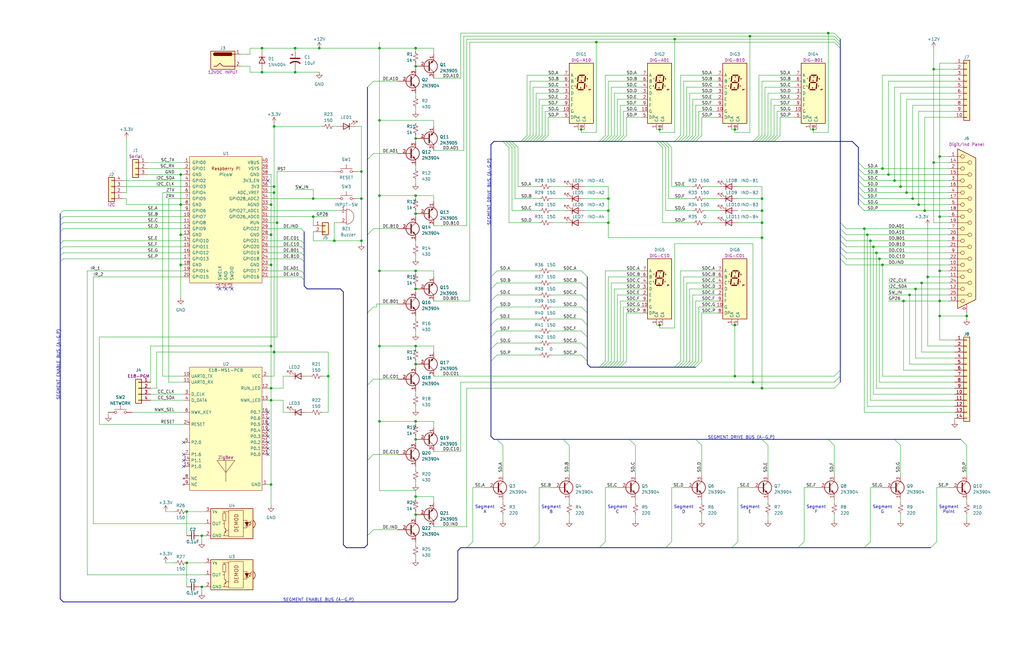
<source format=kicad_sch>
(kicad_sch (version 20230121) (generator eeschema)
  (paper "B")
  (title_block (title "Portable Score Board w/Remote") (date "2023-06-12") (rev "1") (company "AESilky") (comment 1 "Copyright AESilky 2023"))
  (lib_symbols
    (symbol "AES_Library:E18-MS1-PCB"
      (property "Reference" "U" (at 0 0 0))
      (property "Value" "E18-MS1-PCB" (at 0 -2.54 0))
      (property "Function" "ZigBee" (at 0 -39.37 0))
      (symbol "E18-MS1-PCB_1_1"
        (pin power_in line (at 17.78 -50.8 180) (length 2.54) (name "GND") (number "1"))
        (pin input line (at -17.78 -5.08 0) (length 2.54) (name "UART0_TX") (number "10"))
        (pin output line (at -17.78 -7.62 0) (length 2.54) (name "UART0_RX") (number "11"))
        (pin output line (at 17.78 -10.16 180) (length 2.54) (name "RUN_LED") (number "12"))
        (pin output line (at 17.78 -15.24 180) (length 2.54) (name "NWK_LED") (number "13"))
        (pin bidirectional line (at -17.78 -40.64 0) (length 2.54) (name "P1.1") (number "14"))
        (pin bidirectional line (at -17.78 -43.18 0) (length 2.54) (name "P1.0") (number "15"))
        (pin bidirectional line (at 17.78 -20.32 180) (length 2.54) (name "P0.7") (number "16"))
        (pin bidirectional line (at 17.78 -22.86 180) (length 2.54) (name "P0.6") (number "17"))
        (pin bidirectional line (at 17.78 -25.4 180) (length 2.54) (name "P0.5") (number "18"))
        (pin bidirectional line (at 17.78 -27.94 180) (length 2.54) (name "P0.4") (number "19"))
        (pin power_in line (at 17.78 -5.08 180) (length 2.54) (name "VCC") (number "2"))
        (pin bidirectional line (at 17.78 -30.48 180) (length 2.54) (name "P0.3") (number "20"))
        (pin bidirectional line (at 17.78 -33.02 180) (length 2.54) (name "P0.2") (number "21"))
        (pin bidirectional line (at 17.78 -35.56 180) (length 2.54) (name "P0.1") (number "22"))
        (pin bidirectional line (at 17.78 -38.1 180) (length 2.54) (name "P0.0") (number "23"))
        (pin input line (at -17.78 -25.4 0) (length 2.54) (name "RESET") (number "24"))
        (pin bidirectional line (at -17.78 -12.7 0) (length 2.54) (name "D_CLK") (number "3"))
        (pin bidirectional line (at -17.78 -15.24 0) (length 2.54) (name "D_DATA") (number "4"))
        (pin bidirectional line (at -17.78 -33.02 0) (length 2.54) (name "P2.0") (number "5"))
        (pin input line (at -17.78 -20.32 0) (length 2.54) (name "NWK_KEY") (number "6"))
        (pin bidirectional line (at -17.78 -38.1 0) (length 2.54) (name "P1.6") (number "7"))
        (pin no_connect line (at -17.78 -48.26 0) (length 2.54) (name "NC") (number "8"))
        (pin no_connect line (at -17.78 -50.8 0) (length 2.54) (name "NC") (number "9"))
      )
    )
    (symbol "AES_Library:PicoW" (pin_names (offset 1.016))
      (property "Reference" "U" (at -13.97 27.94 0))
      (property "Value" "PicoW" (at 0 19.05 0))
      (symbol "PicoW_0_0"
        (text "Raspberry Pi" (at 0 21.59 0) (effects (font (size 1.27 1.27))))
      )
      (symbol "PicoW_1_1"
        (pin bidirectional line (at -17.78 24.13 0) (length 2.54) (name "GPIO0") (number "1"))
        (pin bidirectional line (at -17.78 1.27 0) (length 2.54) (name "GPIO7") (number "10"))
        (pin bidirectional line (at -17.78 -1.27 0) (length 2.54) (name "GPIO8") (number "11"))
        (pin bidirectional line (at -17.78 -3.81 0) (length 2.54) (name "GPIO9") (number "12"))
        (pin power_in line (at -17.78 -6.35 0) (length 2.54) (name "GND") (number "13"))
        (pin bidirectional line (at -17.78 -8.89 0) (length 2.54) (name "GPIO10") (number "14"))
        (pin bidirectional line (at -17.78 -11.43 0) (length 2.54) (name "GPIO11") (number "15"))
        (pin bidirectional line (at -17.78 -13.97 0) (length 2.54) (name "GPIO12") (number "16"))
        (pin bidirectional line (at -17.78 -16.51 0) (length 2.54) (name "GPIO13") (number "17"))
        (pin power_in line (at -17.78 -19.05 0) (length 2.54) (name "GND") (number "18"))
        (pin bidirectional line (at -17.78 -21.59 0) (length 2.54) (name "GPIO14") (number "19"))
        (pin bidirectional line (at -17.78 21.59 0) (length 2.54) (name "GPIO1") (number "2"))
        (pin bidirectional line (at -17.78 -24.13 0) (length 2.54) (name "GPIO15") (number "20"))
        (pin bidirectional line (at 17.78 -24.13 180) (length 2.54) (name "GPIO16") (number "21"))
        (pin bidirectional line (at 17.78 -21.59 180) (length 2.54) (name "GPIO17") (number "22"))
        (pin power_in line (at 17.78 -19.05 180) (length 2.54) (name "GND") (number "23"))
        (pin bidirectional line (at 17.78 -16.51 180) (length 2.54) (name "GPIO18") (number "24"))
        (pin bidirectional line (at 17.78 -13.97 180) (length 2.54) (name "GPIO19") (number "25"))
        (pin bidirectional line (at 17.78 -11.43 180) (length 2.54) (name "GPIO20") (number "26"))
        (pin bidirectional line (at 17.78 -8.89 180) (length 2.54) (name "GPIO21") (number "27"))
        (pin power_in line (at 17.78 -6.35 180) (length 2.54) (name "GND") (number "28"))
        (pin bidirectional line (at 17.78 -3.81 180) (length 2.54) (name "GPIO22") (number "29"))
        (pin power_in line (at -17.78 19.05 0) (length 2.54) (name "GND") (number "3"))
        (pin input line (at 17.78 -1.27 180) (length 2.54) (name "RUN") (number "30"))
        (pin bidirectional line (at 17.78 1.27 180) (length 2.54) (name "GPIO26_ADC0") (number "31"))
        (pin bidirectional line (at 17.78 3.81 180) (length 2.54) (name "GPIO27_ADC1") (number "32"))
        (pin power_in line (at 17.78 6.35 180) (length 2.54) (name "AGND") (number "33"))
        (pin bidirectional line (at 17.78 8.89 180) (length 2.54) (name "GPIO28_ADC2") (number "34"))
        (pin unspecified line (at 17.78 11.43 180) (length 2.54) (name "ADC_VREF") (number "35"))
        (pin unspecified line (at 17.78 13.97 180) (length 2.54) (name "3V3") (number "36"))
        (pin input line (at 17.78 16.51 180) (length 2.54) (name "3V3_EN") (number "37"))
        (pin bidirectional line (at 17.78 19.05 180) (length 2.54) (name "GND") (number "38"))
        (pin unspecified line (at 17.78 21.59 180) (length 2.54) (name "VSYS") (number "39"))
        (pin bidirectional line (at -17.78 16.51 0) (length 2.54) (name "GPIO2") (number "4"))
        (pin unspecified line (at 17.78 24.13 180) (length 2.54) (name "VBUS") (number "40"))
        (pin input line (at -2.54 -29.21 90) (length 2.54) (name "SWCLK") (number "41"))
        (pin power_in line (at 0 -29.21 90) (length 2.54) (name "GND") (number "42"))
        (pin bidirectional line (at 2.54 -29.21 90) (length 2.54) (name "SWDIO") (number "43"))
        (pin bidirectional line (at -17.78 13.97 0) (length 2.54) (name "GPIO3") (number "5"))
        (pin bidirectional line (at -17.78 11.43 0) (length 2.54) (name "GPIO4") (number "6"))
        (pin bidirectional line (at -17.78 8.89 0) (length 2.54) (name "GPIO5") (number "7"))
        (pin power_in line (at -17.78 6.35 0) (length 2.54) (name "GND") (number "8"))
        (pin bidirectional line (at -17.78 3.81 0) (length 2.54) (name "GPIO6") (number "9"))
      )
    )
    (symbol "AES_Library:WJ-LEDS18012TUR11"
      (property "Reference" "U" (at 0 13.97 0))
      (symbol "WJ-LEDS18012TUR11_1_0"
        (text "A" (at 0.254 6.858 0) (effects (font (size 0.508 0.508))))
        (text "B" (at 2.54 6.096 0) (effects (font (size 0.508 0.508))))
        (text "C" (at 2.286 3.048 0) (effects (font (size 0.508 0.508))))
        (text "D" (at -0.254 2.286 0) (effects (font (size 0.508 0.508))))
        (text "DP" (at 3.556 1.524 0) (effects (font (size 0.508 0.508))))
        (text "E" (at -2.54 3.048 0) (effects (font (size 0.508 0.508))))
        (text "F" (at -2.286 6.096 0) (effects (font (size 0.508 0.508))))
        (text "G" (at 0 5.334 0) (effects (font (size 0.508 0.508))))
      )
      (symbol "WJ-LEDS18012TUR11_1_1"
        (pin input line (at -1.27 -15.24 90) (length 2.54) (name "CA") (number "1"))
        (pin input line (at -7.62 -7.62 0) (length 2.54) (name "G") (number "10"))
        (pin input line (at -7.62 -2.54 0) (length 2.54) (name "E") (number "2"))
        (pin input line (at -7.62 0 0) (length 2.54) (name "D") (number "3"))
        (pin input line (at -7.62 2.54 0) (length 2.54) (name "C") (number "4"))
        (pin input line (at 1.27 -15.24 90) (length 2.54) (name "CA") (number "5"))
        (pin input line (at -7.62 5.08 0) (length 2.54) (name "B") (number "6"))
        (pin input line (at -7.62 7.62 0) (length 2.54) (name "A") (number "7"))
        (pin input line (at -7.62 -10.16 0) (length 2.54) (name "DP") (number "8"))
        (pin input line (at -7.62 -5.08 0) (length 2.54) (name "F") (number "9"))
      )
    )
    (symbol "AES_Library:WJ-LEDS40012TUR11"
      (property "Reference" "U" (at 0 13.97 0))
      (symbol "WJ-LEDS40012TUR11_1_0"
        (text "A" (at 0.254 6.858 0) (effects (font (size 0.508 0.508))))
        (text "B" (at 2.54 6.096 0) (effects (font (size 0.508 0.508))))
        (text "C" (at 2.286 3.048 0) (effects (font (size 0.508 0.508))))
        (text "D" (at -0.254 2.286 0) (effects (font (size 0.508 0.508))))
        (text "DP" (at 3.556 1.524 0) (effects (font (size 0.508 0.508))))
        (text "E" (at -2.54 3.048 0) (effects (font (size 0.508 0.508))))
        (text "F" (at -2.286 6.096 0) (effects (font (size 0.508 0.508))))
        (text "G" (at 0 5.334 0) (effects (font (size 0.508 0.508))))
      )
      (symbol "WJ-LEDS40012TUR11_1_1"
        (pin input line (at -1.27 -15.24 90) (length 2.54) (name "CA") (number "1"))
        (pin input line (at -7.62 -7.62 0) (length 2.54) (name "G") (number "10"))
        (pin input line (at -7.62 -2.54 0) (length 2.54) (name "E") (number "2"))
        (pin input line (at -7.62 0 0) (length 2.54) (name "D") (number "3"))
        (pin input line (at -7.62 2.54 0) (length 2.54) (name "C") (number "4"))
        (pin input line (at -7.62 -10.16 0) (length 2.54) (name "DP") (number "5"))
        (pin input line (at -7.62 5.08 0) (length 2.54) (name "B") (number "6"))
        (pin input line (at -7.62 7.62 0) (length 2.54) (name "A") (number "7"))
        (pin input line (at 1.27 -15.24 90) (length 2.54) (name "CA") (number "8"))
        (pin input line (at -7.62 -5.08 0) (length 2.54) (name "F") (number "9"))
      )
    )
    (symbol "Connector:Barrel_Jack" (pin_names (offset 1.016))
      (property "Reference" "J" (at 0 5.334 0))
      (property "Value" "Barrel_Jack" (at 0 -5.08 0))
      (symbol "Barrel_Jack_1_1"
        (pin passive line (at 7.62 2.54 180) (length 2.54) (name "~") (number "1"))
        (pin passive line (at 7.62 -2.54 180) (length 2.54) (name "~") (number "2"))
      )
    )
    (symbol "Connector:DB25_Receptacle_MountingHoles" (pin_names (offset 1.016) hide)
      (property "Reference" "J" (at 0 36.83 0))
      (property "Value" "DB25_Receptacle_MountingHoles" (at 0 34.925 0))
      (symbol "DB25_Receptacle_MountingHoles_1_1"
        (pin passive line (at 0 -35.56 90) (length 3.81) (name "PAD") (number "0"))
        (pin passive line (at -7.62 30.48 0) (length 3.81) (name "1") (number "1"))
        (pin passive line (at -7.62 -15.24 0) (length 3.81) (name "10") (number "10"))
        (pin passive line (at -7.62 -20.32 0) (length 3.81) (name "11") (number "11"))
        (pin passive line (at -7.62 -25.4 0) (length 3.81) (name "12") (number "12"))
        (pin passive line (at -7.62 -30.48 0) (length 3.81) (name "13") (number "13"))
        (pin passive line (at -7.62 27.94 0) (length 3.81) (name "P14") (number "14"))
        (pin passive line (at -7.62 22.86 0) (length 3.81) (name "P15") (number "15"))
        (pin passive line (at -7.62 17.78 0) (length 3.81) (name "P16") (number "16"))
        (pin passive line (at -7.62 12.7 0) (length 3.81) (name "P17") (number "17"))
        (pin passive line (at -7.62 7.62 0) (length 3.81) (name "P18") (number "18"))
        (pin passive line (at -7.62 2.54 0) (length 3.81) (name "P19") (number "19"))
        (pin passive line (at -7.62 25.4 0) (length 3.81) (name "2") (number "2"))
        (pin passive line (at -7.62 -2.54 0) (length 3.81) (name "P20") (number "20"))
        (pin passive line (at -7.62 -7.62 0) (length 3.81) (name "P21") (number "21"))
        (pin passive line (at -7.62 -12.7 0) (length 3.81) (name "P22") (number "22"))
        (pin passive line (at -7.62 -17.78 0) (length 3.81) (name "P23") (number "23"))
        (pin passive line (at -7.62 -22.86 0) (length 3.81) (name "P24") (number "24"))
        (pin passive line (at -7.62 -27.94 0) (length 3.81) (name "P25") (number "25"))
        (pin passive line (at -7.62 20.32 0) (length 3.81) (name "3") (number "3"))
        (pin passive line (at -7.62 15.24 0) (length 3.81) (name "4") (number "4"))
        (pin passive line (at -7.62 10.16 0) (length 3.81) (name "5") (number "5"))
        (pin passive line (at -7.62 5.08 0) (length 3.81) (name "6") (number "6"))
        (pin passive line (at -7.62 0 0) (length 3.81) (name "7") (number "7"))
        (pin passive line (at -7.62 -5.08 0) (length 3.81) (name "8") (number "8"))
        (pin passive line (at -7.62 -10.16 0) (length 3.81) (name "9") (number "9"))
      )
    )
    (symbol "Connector_Generic:Conn_01x02" (pin_names (offset 1.016) hide)
      (property "Reference" "J" (at 0 2.54 0))
      (property "Value" "Conn_01x02" (at 0 -5.08 0))
      (symbol "Conn_01x02_1_1"
        (pin passive line (at -5.08 0 0) (length 3.81) (name "Pin_1") (number "1"))
        (pin passive line (at -5.08 -2.54 0) (length 3.81) (name "Pin_2") (number "2"))
      )
    )
    (symbol "Connector_Generic:Conn_01x03" (pin_names (offset 1.016) hide)
      (property "Reference" "J" (at 0 5.08 0))
      (property "Value" "Conn_01x03" (at 0 -5.08 0))
      (symbol "Conn_01x03_1_1"
        (pin passive line (at -5.08 2.54 0) (length 3.81) (name "Pin_1") (number "1"))
        (pin passive line (at -5.08 0 0) (length 3.81) (name "Pin_2") (number "2"))
        (pin passive line (at -5.08 -2.54 0) (length 3.81) (name "Pin_3") (number "3"))
      )
    )
    (symbol "Connector_Generic:Conn_01x04" (pin_names (offset 1.016) hide)
      (property "Reference" "J" (at 0 5.08 0))
      (property "Value" "Conn_01x04" (at 0 -7.62 0))
      (symbol "Conn_01x04_1_1"
        (pin passive line (at -5.08 2.54 0) (length 3.81) (name "Pin_1") (number "1"))
        (pin passive line (at -5.08 0 0) (length 3.81) (name "Pin_2") (number "2"))
        (pin passive line (at -5.08 -2.54 0) (length 3.81) (name "Pin_3") (number "3"))
        (pin passive line (at -5.08 -5.08 0) (length 3.81) (name "Pin_4") (number "4"))
      )
    )
    (symbol "Connector_Generic:Conn_01x10" (pin_names (offset 1.016) hide)
      (property "Reference" "J" (at 0 12.7 0))
      (property "Value" "Conn_01x10" (at 0 -15.24 0))
      (symbol "Conn_01x10_1_1"
        (pin passive line (at -5.08 10.16 0) (length 3.81) (name "Pin_1") (number "1"))
        (pin passive line (at -5.08 -12.7 0) (length 3.81) (name "Pin_10") (number "10"))
        (pin passive line (at -5.08 7.62 0) (length 3.81) (name "Pin_2") (number "2"))
        (pin passive line (at -5.08 5.08 0) (length 3.81) (name "Pin_3") (number "3"))
        (pin passive line (at -5.08 2.54 0) (length 3.81) (name "Pin_4") (number "4"))
        (pin passive line (at -5.08 0 0) (length 3.81) (name "Pin_5") (number "5"))
        (pin passive line (at -5.08 -2.54 0) (length 3.81) (name "Pin_6") (number "6"))
        (pin passive line (at -5.08 -5.08 0) (length 3.81) (name "Pin_7") (number "7"))
        (pin passive line (at -5.08 -7.62 0) (length 3.81) (name "Pin_8") (number "8"))
        (pin passive line (at -5.08 -10.16 0) (length 3.81) (name "Pin_9") (number "9"))
      )
    )
    (symbol "Connector_Generic:Conn_01x14" (pin_names (offset 1.016) hide)
      (property "Reference" "J" (at 0 17.78 0))
      (property "Value" "Conn_01x14" (at 0 -20.32 0))
      (symbol "Conn_01x14_1_1"
        (pin passive line (at -5.08 15.24 0) (length 3.81) (name "Pin_1") (number "1"))
        (pin passive line (at -5.08 -7.62 0) (length 3.81) (name "Pin_10") (number "10"))
        (pin passive line (at -5.08 -10.16 0) (length 3.81) (name "Pin_11") (number "11"))
        (pin passive line (at -5.08 -12.7 0) (length 3.81) (name "Pin_12") (number "12"))
        (pin passive line (at -5.08 -15.24 0) (length 3.81) (name "Pin_13") (number "13"))
        (pin passive line (at -5.08 -17.78 0) (length 3.81) (name "Pin_14") (number "14"))
        (pin passive line (at -5.08 12.7 0) (length 3.81) (name "Pin_2") (number "2"))
        (pin passive line (at -5.08 10.16 0) (length 3.81) (name "Pin_3") (number "3"))
        (pin passive line (at -5.08 7.62 0) (length 3.81) (name "Pin_4") (number "4"))
        (pin passive line (at -5.08 5.08 0) (length 3.81) (name "Pin_5") (number "5"))
        (pin passive line (at -5.08 2.54 0) (length 3.81) (name "Pin_6") (number "6"))
        (pin passive line (at -5.08 0 0) (length 3.81) (name "Pin_7") (number "7"))
        (pin passive line (at -5.08 -2.54 0) (length 3.81) (name "Pin_8") (number "8"))
        (pin passive line (at -5.08 -5.08 0) (length 3.81) (name "Pin_9") (number "9"))
      )
    )
    (symbol "Device:Buzzer" (pin_names (offset 0.0254) hide)
      (property "Reference" "BZ" (at 3.81 1.27 0))
      (property "Value" "Buzzer" (at 3.81 -1.27 0))
      (symbol "Buzzer_1_1"
        (pin passive line (at -2.54 2.54 0) (length 2.54) (name "-") (number "1"))
        (pin passive line (at -2.54 -2.54 0) (length 2.54) (name "+") (number "2"))
      )
    )
    (symbol "Device:C_Polarized_US" (pin_numbers hide) (pin_names (offset 0.254) hide)
      (property "Reference" "C" (at 0.635 2.54 0))
      (property "Value" "C_Polarized_US" (at 0.635 -2.54 0))
      (symbol "C_Polarized_US_1_1"
        (pin passive line (at 0 3.81 270) (length 2.794) (name "~") (number "1"))
        (pin passive line (at 0 -3.81 90) (length 3.302) (name "~") (number "2"))
      )
    )
    (symbol "Device:C_Small" (pin_numbers hide) (pin_names (offset 0.254) hide)
      (property "Reference" "C" (at 0.254 1.778 0))
      (property "Value" "C_Small" (at 0.254 -2.032 0))
      (symbol "C_Small_1_1"
        (pin passive line (at 0 2.54 270) (length 2.032) (name "~") (number "1"))
        (pin passive line (at 0 -2.54 90) (length 2.032) (name "~") (number "2"))
      )
    )
    (symbol "Device:LED" (pin_numbers hide) (pin_names (offset 1.016) hide)
      (property "Reference" "D" (at 0 2.54 0))
      (property "Value" "LED" (at 0 -2.54 0))
      (symbol "LED_1_1"
        (pin passive line (at -3.81 0 0) (length 2.54) (name "K") (number "1"))
        (pin passive line (at 3.81 0 180) (length 2.54) (name "A") (number "2"))
      )
    )
    (symbol "Device:R_Small_US" (pin_numbers hide) (pin_names (offset 0.254) hide)
      (property "Reference" "R" (at 0.762 0.508 0))
      (property "Value" "R_Small_US" (at 0.762 -1.016 0))
      (symbol "R_Small_US_1_1"
        (pin passive line (at 0 2.54 270) (length 1.016) (name "~") (number "1"))
        (pin passive line (at 0 -2.54 90) (length 1.016) (name "~") (number "2"))
      )
    )
    (symbol "Diode:1N4004" (pin_numbers hide) (pin_names hide)
      (property "Reference" "D" (at 0 2.54 0))
      (property "Value" "1N4004" (at 0 -2.54 0))
      (symbol "1N4004_1_1"
        (pin passive line (at -3.81 0 0) (length 2.54) (name "K") (number "1"))
        (pin passive line (at 3.81 0 180) (length 2.54) (name "A") (number "2"))
      )
    )
    (symbol "Interface_Optical:TSOP382xx"
      (property "Reference" "U" (at -10.16 7.62 0))
      (property "Value" "TSOP382xx" (at -10.16 -7.62 0))
      (symbol "TSOP382xx_0_0"
        (text "DEMOD" (at -3.175 0.254 900) (effects (font (size 1.524 1.524))))
      )
      (symbol "TSOP382xx_1_1"
        (pin output line (at 10.16 0 180) (length 2.54) (name "OUT") (number "1"))
        (pin power_in line (at 10.16 -5.08 180) (length 2.54) (name "GND") (number "2"))
        (pin power_in line (at 10.16 5.08 180) (length 2.54) (name "Vs") (number "3"))
      )
    )
    (symbol "Switch:SW_Push" (pin_numbers hide) (pin_names (offset 1.016) hide)
      (property "Reference" "SW" (at 1.27 2.54 0))
      (property "Value" "SW_Push" (at 0 -1.524 0))
      (symbol "SW_Push_0_1"
        (pin passive line (at -5.08 0 0) (length 2.54) (name "1") (number "1"))
        (pin passive line (at 5.08 0 180) (length 2.54) (name "2") (number "2"))
      )
    )
    (symbol "Transistor_BJT:2N3904" (pin_names (offset 0) hide)
      (property "Reference" "Q" (at 5.08 1.905 0))
      (property "Value" "2N3904" (at 5.08 0 0))
      (symbol "2N3904_1_1"
        (pin passive line (at 2.54 -5.08 90) (length 2.54) (name "E") (number "1"))
        (pin passive line (at -5.08 0 0) (length 5.715) (name "B") (number "2"))
        (pin passive line (at 2.54 5.08 270) (length 2.54) (name "C") (number "3"))
      )
    )
    (symbol "Transistor_BJT:2N3905" (pin_names (offset 0) hide)
      (property "Reference" "Q" (at 5.08 1.905 0))
      (property "Value" "2N3905" (at 5.08 0 0))
      (symbol "2N3905_1_1"
        (pin passive line (at 2.54 -5.08 90) (length 2.54) (name "E") (number "1"))
        (pin input line (at -5.08 0 0) (length 5.715) (name "B") (number "2"))
        (pin passive line (at 2.54 5.08 270) (length 2.54) (name "C") (number "3"))
      )
    )
    (symbol "power:+12V" (power) (pin_names (offset 0))
      (property "Value" "+12V" (at 0 3.556 0))
      (symbol "+12V_1_1"
        (pin power_in line (at 0 0 90) (length 0) hide (name "+12V") (number "1"))
      )
    )
    (symbol "power:+3.3V" (power) (pin_names (offset 0))
      (property "Value" "+3.3V" (at 0 3.556 0))
      (symbol "+3.3V_1_1"
        (pin power_in line (at 0 0 90) (length 0) hide (name "+3.3V") (number "1"))
      )
    )
    (symbol "power:GND" (power) (pin_names (offset 0))
      (property "Value" "GND" (at 0 -3.81 0))
      (symbol "GND_1_1"
        (pin power_in line (at 0 0 270) (length 0) hide (name "GND") (number "1"))
      )
    )
  )
  (junction (at 115.57 148.59))
  (junction (at 391.16 116.84))
  (junction (at 321.31 163.83))
  (junction (at 368.3 104.14))
  (junction (at 160.02 114.3))
  (junction (at 316.23 15.24))
  (junction (at 349.25 13.97))
  (junction (at 388.62 119.38))
  (junction (at 309.88 158.75))
  (junction (at 284.48 16.51))
  (junction (at 372.11 71.12))
  (junction (at 321.31 88.9))
  (junction (at 393.7 68.58))
  (junction (at 377.19 76.2))
  (junction (at 175.26 185.42))
  (junction (at 175.26 114.3))
  (junction (at 76.2 73.66))
  (junction (at 407.67 133.35))
  (junction (at 381 127))
  (junction (at 396.24 66.04))
  (junction (at 251.46 17.78))
  (junction (at 175.26 90.17))
  (junction (at 76.2 111.76))
  (junction (at 370.84 109.22))
  (junction (at 396.24 133.35))
  (junction (at 114.3 168.91))
  (junction (at 245.11 54.61))
  (junction (at 152.4 72.39))
  (junction (at 321.31 93.98))
  (junction (at 76.2 99.06))
  (junction (at 389.89 88.9))
  (junction (at 387.35 86.36))
  (junction (at 175.26 82.55))
  (junction (at 379.73 78.74))
  (junction (at 365.76 99.06))
  (junction (at 134.62 20.32))
  (junction (at 256.54 93.98))
  (junction (at 367.03 101.6))
  (junction (at 393.7 29.21))
  (junction (at 114.3 163.83))
  (junction (at 278.13 54.61))
  (junction (at 116.84 93.98))
  (junction (at 85.09 226.06))
  (junction (at 321.31 100.33))
  (junction (at 396.24 114.3))
  (junction (at 256.54 88.9))
  (junction (at 114.3 111.76))
  (junction (at 342.9 54.61))
  (junction (at 256.54 83.82))
  (junction (at 114.3 99.06))
  (junction (at 152.4 83.82))
  (junction (at 114.3 146.05))
  (junction (at 309.88 54.61))
  (junction (at 384.81 83.82))
  (junction (at 175.26 217.17))
  (junction (at 175.26 20.32))
  (junction (at 132.08 83.82))
  (junction (at 115.57 53.34))
  (junction (at 85.09 247.65))
  (junction (at 110.49 30.48))
  (junction (at 396.24 91.44))
  (junction (at 152.4 101.6))
  (junction (at 124.46 30.48))
  (junction (at 364.49 96.52))
  (junction (at 396.24 127))
  (junction (at 175.26 58.42))
  (junction (at 160.02 50.8))
  (junction (at 160.02 146.05))
  (junction (at 110.49 20.32))
  (junction (at 160.02 82.55))
  (junction (at 383.54 124.46))
  (junction (at 160.02 20.32))
  (junction (at 124.46 20.32))
  (junction (at 175.26 177.8))
  (junction (at 160.02 177.8))
  (junction (at 115.57 78.74))
  (junction (at 78.74 237.49))
  (junction (at 175.26 209.55))
  (junction (at 321.31 83.82))
  (junction (at 140.97 101.6))
  (junction (at 382.27 81.28))
  (junction (at 372.11 111.76))
  (junction (at 114.3 86.36))
  (junction (at 175.26 153.67))
  (junction (at 78.74 215.9))
  (junction (at 175.26 27.94))
  (junction (at 132.08 91.44))
  (junction (at 175.26 121.92))
  (junction (at 114.3 204.47))
  (junction (at 76.2 86.36))
  (junction (at 115.57 81.28))
  (junction (at 175.26 146.05))
  (junction (at 374.65 73.66))
  (junction (at 386.08 121.92))
  (junction (at 138.43 158.75))
  (junction (at 278.13 137.16))
  (junction (at 309.88 137.16))
  (junction (at 317.5 161.29))
  (junction (at 369.57 106.68))
  (no_connect (at 97.79 121.92))
  (no_connect (at 113.03 173.99))
  (no_connect (at 77.47 186.69))
  (no_connect (at 95.25 121.92))
  (no_connect (at 113.03 76.2))
  (no_connect (at 113.03 181.61))
  (no_connect (at 92.71 121.92))
  (no_connect (at 77.47 196.85))
  (no_connect (at 113.03 176.53))
  (no_connect (at 113.03 186.69))
  (no_connect (at 77.47 191.77))
  (no_connect (at 113.03 179.07))
  (no_connect (at 77.47 194.31))
  (no_connect (at 113.03 189.23))
  (no_connect (at 113.03 191.77))
  (no_connect (at 113.03 184.15))
  (bus_entry (at 361.95 76.2) (size 2.54 2.54))
  (bus_entry (at 351.79 15.24) (size 2.54 2.54))
  (bus_entry (at 361.95 78.74) (size 2.54 2.54))
  (bus_entry (at 257.81 152.4) (size -2.54 2.54))
  (bus_entry (at 325.12 57.15) (size -2.54 2.54))
  (bus_entry (at 323.85 57.15) (size -2.54 2.54))
  (bus_entry (at 351.79 161.29) (size 2.54 -2.54))
  (bus_entry (at 280.67 59.69) (size 2.54 2.54))
  (bus_entry (at 222.25 57.15) (size -2.54 2.54))
  (bus_entry (at 262.89 152.4) (size -2.54 2.54))
  (bus_entry (at 367.03 228.6) (size -2.54 2.54))
  (bus_entry (at 326.39 57.15) (size -2.54 2.54))
  (bus_entry (at 214.63 59.69) (size 2.54 2.54))
  (bus_entry (at 259.08 57.15) (size -2.54 2.54))
  (bus_entry (at 264.16 152.4) (size -2.54 2.54))
  (bus_entry (at 293.37 185.42) (size 2.54 2.54))
  (bus_entry (at 212.09 59.69) (size 2.54 2.54))
  (bus_entry (at 354.33 104.14) (size 2.54 2.54))
  (bus_entry (at 207.01 152.4) (size 2.54 -2.54))
  (bus_entry (at 354.33 106.68) (size 2.54 2.54))
  (bus_entry (at 213.36 59.69) (size 2.54 2.54))
  (bus_entry (at 321.31 185.42) (size 2.54 2.54))
  (bus_entry (at 227.33 57.15) (size -2.54 2.54))
  (bus_entry (at 157.48 160.02) (size -2.54 2.54))
  (bus_entry (at 361.95 68.58) (size 2.54 2.54))
  (bus_entry (at 260.35 57.15) (size -2.54 2.54))
  (bus_entry (at 245.11 119.38) (size 2.54 2.54))
  (bus_entry (at 361.95 83.82) (size 2.54 2.54))
  (bus_entry (at 351.79 16.51) (size 2.54 2.54))
  (bus_entry (at 245.11 129.54) (size 2.54 2.54))
  (bus_entry (at 294.64 152.4) (size -2.54 2.54))
  (bus_entry (at 259.08 152.4) (size -2.54 2.54))
  (bus_entry (at 207.01 116.84) (size 2.54 -2.54))
  (bus_entry (at 287.02 57.15) (size -2.54 2.54))
  (bus_entry (at 290.83 152.4) (size -2.54 2.54))
  (bus_entry (at 237.49 185.42) (size 2.54 2.54))
  (bus_entry (at 361.95 71.12) (size 2.54 2.54))
  (bus_entry (at 157.48 191.77) (size -2.54 2.54))
  (bus_entry (at 157.48 64.77) (size -2.54 2.54))
  (bus_entry (at 256.54 57.15) (size -2.54 2.54))
  (bus_entry (at 245.11 114.3) (size 2.54 2.54))
  (bus_entry (at 257.81 57.15) (size -2.54 2.54))
  (bus_entry (at 207.01 142.24) (size 2.54 -2.54))
  (bus_entry (at 255.27 152.4) (size -2.54 2.54))
  (bus_entry (at 207.01 127) (size 2.54 -2.54))
  (bus_entry (at 265.43 185.42) (size 2.54 2.54))
  (bus_entry (at 321.31 57.15) (size -2.54 2.54))
  (bus_entry (at 289.56 152.4) (size -2.54 2.54))
  (bus_entry (at 215.9 59.69) (size 2.54 2.54))
  (bus_entry (at 245.11 149.86) (size 2.54 2.54))
  (bus_entry (at 361.95 86.36) (size 2.54 2.54))
  (bus_entry (at 295.91 152.4) (size -2.54 2.54))
  (bus_entry (at 260.35 152.4) (size -2.54 2.54))
  (bus_entry (at 361.95 81.28) (size 2.54 2.54))
  (bus_entry (at 354.33 99.06) (size 2.54 2.54))
  (bus_entry (at 361.95 73.66) (size 2.54 2.54))
  (bus_entry (at 288.29 152.4) (size -2.54 2.54))
  (bus_entry (at 256.54 152.4) (size -2.54 2.54))
  (bus_entry (at 279.4 59.69) (size 2.54 2.54))
  (bus_entry (at 157.48 223.52) (size -2.54 2.54))
  (bus_entry (at 339.09 228.6) (size -2.54 2.54))
  (bus_entry (at 157.48 34.29) (size -2.54 2.54))
  (bus_entry (at 328.93 57.15) (size -2.54 2.54))
  (bus_entry (at 351.79 163.83) (size 2.54 -2.54))
  (bus_entry (at 264.16 57.15) (size -2.54 2.54))
  (bus_entry (at 231.14 57.15) (size -2.54 2.54))
  (bus_entry (at 288.29 57.15) (size -2.54 2.54))
  (bus_entry (at 349.25 185.42) (size 2.54 2.54))
  (bus_entry (at 207.01 147.32) (size 2.54 -2.54))
  (bus_entry (at 255.27 228.6) (size -2.54 2.54))
  (bus_entry (at 229.87 57.15) (size -2.54 2.54))
  (bus_entry (at 245.11 124.46) (size 2.54 2.54))
  (bus_entry (at 287.02 152.4) (size -2.54 2.54))
  (bus_entry (at 209.55 185.42) (size 2.54 2.54))
  (bus_entry (at 283.21 228.6) (size -2.54 2.54))
  (bus_entry (at 322.58 57.15) (size -2.54 2.54))
  (bus_entry (at 228.6 57.15) (size -2.54 2.54))
  (bus_entry (at 207.01 132.08) (size 2.54 -2.54))
  (bus_entry (at 245.11 144.78) (size 2.54 2.54))
  (bus_entry (at 207.01 137.16) (size 2.54 -2.54))
  (bus_entry (at 293.37 57.15) (size -2.54 2.54))
  (bus_entry (at 351.79 13.97) (size 2.54 2.54))
  (bus_entry (at 354.33 109.22) (size 2.54 2.54))
  (bus_entry (at 351.79 158.75) (size 2.54 -2.54))
  (bus_entry (at 207.01 121.92) (size 2.54 -2.54))
  (bus_entry (at 224.79 57.15) (size -2.54 2.54))
  (bus_entry (at 405.13 185.42) (size 2.54 2.54))
  (bus_entry (at 289.56 57.15) (size -2.54 2.54))
  (bus_entry (at 157.48 96.52) (size -2.54 2.54))
  (bus_entry (at 394.97 228.6) (size -2.54 2.54))
  (bus_entry (at 276.86 59.69) (size 2.54 2.54))
  (bus_entry (at 223.52 57.15) (size -2.54 2.54))
  (bus_entry (at 351.79 17.78) (size 2.54 2.54))
  (bus_entry (at 255.27 57.15) (size -2.54 2.54))
  (bus_entry (at 290.83 57.15) (size -2.54 2.54))
  (bus_entry (at 327.66 57.15) (size -2.54 2.54))
  (bus_entry (at 294.64 57.15) (size -2.54 2.54))
  (bus_entry (at 157.48 129.54) (size -2.54 2.54))
  (bus_entry (at 226.06 57.15) (size -2.54 2.54))
  (bus_entry (at 262.89 57.15) (size -2.54 2.54))
  (bus_entry (at 245.11 139.7) (size 2.54 2.54))
  (bus_entry (at 292.1 152.4) (size -2.54 2.54))
  (bus_entry (at 199.39 228.6) (size -2.54 2.54))
  (bus_entry (at 293.37 152.4) (size -2.54 2.54))
  (bus_entry (at 278.13 59.69) (size 2.54 2.54))
  (bus_entry (at 320.04 57.15) (size -2.54 2.54))
  (bus_entry (at 354.33 96.52) (size 2.54 2.54))
  (bus_entry (at 354.33 101.6) (size 2.54 2.54))
  (bus_entry (at 295.91 57.15) (size -2.54 2.54))
  (bus_entry (at 245.11 134.62) (size 2.54 2.54))
  (bus_entry (at 377.19 185.42) (size 2.54 2.54))
  (bus_entry (at 261.62 57.15) (size -2.54 2.54))
  (bus_entry (at 261.62 152.4) (size -2.54 2.54))
  (bus_entry (at 311.15 228.6) (size -2.54 2.54))
  (bus_entry (at 227.33 228.6) (size -2.54 2.54))
  (bus_entry (at 292.1 57.15) (size -2.54 2.54))
  (bus_entry (at 354.33 93.98) (size 2.54 2.54))
  (wire (pts (xy 327.66 46.99) (xy 335.28 46.99)))
  (bus (pts (xy 252.73 59.69) (xy 254 59.69)))
  (wire (pts (xy 78.74 237.49) (xy 78.74 247.65)))
  (bus (pts (xy 336.55 231.14) (xy 364.49 231.14)))
  (wire (pts (xy 294.64 46.99) (xy 302.26 46.99)))
  (wire (pts (xy 86.36 242.57) (xy 36.83 242.57)))
  (wire (pts (xy 232.41 119.38) (xy 245.11 119.38)))
  (wire (pts (xy 114.3 163.83) (xy 114.3 168.91)))
  (wire (pts (xy 196.85 163.83) (xy 196.85 222.25)))
  (wire (pts (xy 246.38 78.74) (xy 256.54 78.74)))
  (wire (pts (xy 68.58 81.28) (xy 68.58 158.75)))
  (bus (pts (xy 213.36 59.69) (xy 214.63 59.69)))
  (wire (pts (xy 77.47 93.98) (xy 26.67 93.98)))
  (bus (pts (xy 224.79 231.14) (xy 252.73 231.14)))
  (wire (pts (xy 182.88 222.25) (xy 196.85 222.25)))
  (wire (pts (xy 364.49 96.52) (xy 364.49 173.99)))
  (wire (pts (xy 232.41 88.9) (xy 238.76 88.9)))
  (wire (pts (xy 261.62 44.45) (xy 270.51 44.45)))
  (wire (pts (xy 113.03 104.14) (xy 127 104.14)))
  (wire (pts (xy 160.02 82.55) (xy 175.26 82.55)))
  (wire (pts (xy 328.93 49.53) (xy 328.93 57.15)))
  (wire (pts (xy 351.79 217.17) (xy 351.79 219.71)))
  (wire (pts (xy 339.09 205.74) (xy 339.09 228.6)))
  (wire (pts (xy 335.28 39.37) (xy 323.85 39.37)))
  (wire (pts (xy 127 104.14) (xy 128.27 105.41)))
  (wire (pts (xy 212.09 217.17) (xy 212.09 219.71)))
  (wire (pts (xy 295.91 49.53) (xy 302.26 49.53)))
  (wire (pts (xy 246.38 93.98) (xy 256.54 93.98)))
  (bus (pts (xy 361.95 71.12) (xy 361.95 73.66)))
  (wire (pts (xy 295.91 132.08) (xy 302.26 132.08)))
  (wire (pts (xy 127 116.84) (xy 128.27 118.11)))
  (wire (pts (xy 374.65 127) (xy 381 127)))
  (wire (pts (xy 297.18 78.74) (xy 303.53 78.74)))
  (bus (pts (xy 321.31 185.42) (xy 349.25 185.42)))
  (wire (pts (xy 283.21 205.74) (xy 288.29 205.74)))
  (wire (pts (xy 400.05 66.04) (xy 396.24 66.04)))
  (wire (pts (xy 394.97 205.74) (xy 394.97 228.6)))
  (bus (pts (xy 321.31 59.69) (xy 322.58 59.69)))
  (bus (pts (xy 193.04 252.73) (xy 191.77 254)))
  (wire (pts (xy 323.85 217.17) (xy 323.85 219.71)))
  (wire (pts (xy 175.26 196.85) (xy 175.26 198.12)))
  (wire (pts (xy 323.85 187.96) (xy 323.85 200.66)))
  (bus (pts (xy 354.33 156.21) (xy 354.33 158.75)))
  (wire (pts (xy 134.62 20.32) (xy 160.02 20.32)))
  (wire (pts (xy 114.3 86.36) (xy 114.3 73.66)))
  (bus (pts (xy 252.73 231.14) (xy 280.67 231.14)))
  (wire (pts (xy 321.31 34.29) (xy 335.28 34.29)))
  (wire (pts (xy 69.85 237.49) (xy 73.66 237.49)))
  (bus (pts (xy 207.01 116.84) (xy 207.01 60.96)))
  (wire (pts (xy 55.88 173.99) (xy 77.47 173.99)))
  (bus (pts (xy 361.95 73.66) (xy 361.95 76.2)))
  (wire (pts (xy 349.25 13.97) (xy 351.79 13.97)))
  (wire (pts (xy 152.4 72.39) (xy 152.4 83.82)))
  (bus (pts (xy 260.35 59.69) (xy 261.62 59.69)))
  (wire (pts (xy 175.26 114.3) (xy 175.26 115.57)))
  (wire (pts (xy 287.02 114.3) (xy 287.02 152.4)))
  (bus (pts (xy 207.01 152.4) (xy 207.01 184.15)))
  (wire (pts (xy 25.4 97.79) (xy 26.67 96.52)))
  (wire (pts (xy 326.39 44.45) (xy 335.28 44.45)))
  (wire (pts (xy 124.46 30.48) (xy 110.49 30.48)))
  (wire (pts (xy 209.55 119.38) (xy 227.33 119.38)))
  (wire (pts (xy 323.85 39.37) (xy 323.85 57.15)))
  (wire (pts (xy 368.3 104.14) (xy 400.05 104.14)))
  (wire (pts (xy 116.84 72.39) (xy 116.84 93.98)))
  (wire (pts (xy 231.14 49.53) (xy 237.49 49.53)))
  (wire (pts (xy 113.03 81.28) (xy 115.57 81.28)))
  (wire (pts (xy 175.26 146.05) (xy 182.88 146.05)))
  (wire (pts (xy 227.33 78.74) (xy 218.44 78.74)))
  (wire (pts (xy 226.06 39.37) (xy 226.06 57.15)))
  (wire (pts (xy 316.23 15.24) (xy 351.79 15.24)))
  (wire (pts (xy 119.38 173.99) (xy 121.92 173.99)))
  (bus (pts (xy 254 59.69) (xy 255.27 59.69)))
  (wire (pts (xy 393.7 20.32) (xy 393.7 29.21)))
  (wire (pts (xy 25.4 105.41) (xy 26.67 104.14)))
  (wire (pts (xy 85.09 247.65) (xy 85.09 250.19)))
  (wire (pts (xy 356.87 104.14) (xy 368.3 104.14)))
  (wire (pts (xy 160.02 82.55) (xy 160.02 114.3)))
  (bus (pts (xy 255.27 59.69) (xy 256.54 59.69)))
  (wire (pts (xy 293.37 127) (xy 293.37 152.4)))
  (bus (pts (xy 154.94 162.56) (xy 154.94 194.31)))
  (wire (pts (xy 356.87 111.76) (xy 372.11 111.76)))
  (wire (pts (xy 279.4 93.98) (xy 279.4 62.23)))
  (bus (pts (xy 256.54 59.69) (xy 257.81 59.69)))
  (wire (pts (xy 209.55 134.62) (xy 227.33 134.62)))
  (wire (pts (xy 386.08 151.13) (xy 402.59 151.13)))
  (wire (pts (xy 243.84 54.61) (xy 245.11 54.61)))
  (wire (pts (xy 66.04 163.83) (xy 66.04 148.59)))
  (wire (pts (xy 372.11 111.76) (xy 400.05 111.76)))
  (wire (pts (xy 292.1 93.98) (xy 279.4 93.98)))
  (wire (pts (xy 175.26 147.32) (xy 175.26 146.05)))
  (wire (pts (xy 175.26 57.15) (xy 175.26 58.42)))
  (wire (pts (xy 321.31 100.33) (xy 321.31 163.83)))
  (wire (pts (xy 294.64 129.54) (xy 302.26 129.54)))
  (wire (pts (xy 364.49 86.36) (xy 387.35 86.36)))
  (wire (pts (xy 402.59 39.37) (xy 379.73 39.37)))
  (wire (pts (xy 26.67 88.9) (xy 77.47 88.9)))
  (wire (pts (xy 369.57 106.68) (xy 400.05 106.68)))
  (wire (pts (xy 387.35 86.36) (xy 400.05 86.36)))
  (wire (pts (xy 407.67 210.82) (xy 407.67 212.09)))
  (wire (pts (xy 105.41 20.32) (xy 105.41 22.86)))
  (bus (pts (xy 193.04 232.41) (xy 193.04 252.73)))
  (wire (pts (xy 132.08 83.82) (xy 132.08 80.01)))
  (wire (pts (xy 85.09 226.06) (xy 85.09 228.6)))
  (wire (pts (xy 292.1 124.46) (xy 292.1 152.4)))
  (wire (pts (xy 367.03 101.6) (xy 400.05 101.6)))
  (bus (pts (xy 247.65 121.92) (xy 247.65 127)))
  (wire (pts (xy 264.16 132.08) (xy 270.51 132.08)))
  (wire (pts (xy 209.55 129.54) (xy 227.33 129.54)))
  (wire (pts (xy 328.93 49.53) (xy 335.28 49.53)))
  (wire (pts (xy 52.07 76.2) (xy 77.47 76.2)))
  (bus (pts (xy 354.33 19.05) (xy 354.33 20.32)))
  (wire (pts (xy 222.25 31.75) (xy 222.25 57.15)))
  (bus (pts (xy 247.65 137.16) (xy 247.65 142.24)))
  (wire (pts (xy 175.26 88.9) (xy 175.26 90.17)))
  (wire (pts (xy 175.26 185.42) (xy 175.26 186.69)))
  (wire (pts (xy 261.62 127) (xy 261.62 152.4)))
  (wire (pts (xy 267.97 217.17) (xy 267.97 219.71)))
  (wire (pts (xy 323.85 210.82) (xy 323.85 212.09)))
  (wire (pts (xy 158.75 129.54) (xy 158.75 128.27)))
  (wire (pts (xy 160.02 177.8) (xy 160.02 207.01)))
  (bus (pts (xy 257.81 154.94) (xy 259.08 154.94)))
  (wire (pts (xy 182.88 33.02) (xy 194.31 33.02)))
  (wire (pts (xy 276.86 54.61) (xy 278.13 54.61)))
  (wire (pts (xy 25.4 92.71) (xy 26.67 91.44)))
  (wire (pts (xy 199.39 205.74) (xy 204.47 205.74)))
  (wire (pts (xy 77.47 116.84) (xy 39.37 116.84)))
  (wire (pts (xy 160.02 17.78) (xy 160.02 20.32)))
  (wire (pts (xy 68.58 158.75) (xy 77.47 158.75)))
  (wire (pts (xy 292.1 83.82) (xy 281.94 83.82)))
  (wire (pts (xy 255.27 31.75) (xy 270.51 31.75)))
  (wire (pts (xy 52.07 78.74) (xy 77.47 78.74)))
  (wire (pts (xy 237.49 39.37) (xy 226.06 39.37)))
  (wire (pts (xy 115.57 158.75) (xy 113.03 158.75)))
  (wire (pts (xy 396.24 91.44) (xy 396.24 114.3)))
  (bus (pts (xy 361.95 68.58) (xy 361.95 71.12)))
  (wire (pts (xy 76.2 86.36) (xy 53.34 86.36)))
  (wire (pts (xy 356.87 109.22) (xy 370.84 109.22)))
  (bus (pts (xy 209.55 185.42) (xy 237.49 185.42)))
  (wire (pts (xy 175.26 120.65) (xy 175.26 121.92)))
  (wire (pts (xy 289.56 119.38) (xy 289.56 152.4)))
  (wire (pts (xy 365.76 99.06) (xy 400.05 99.06)))
  (bus (pts (xy 228.6 59.69) (xy 252.73 59.69)))
  (wire (pts (xy 41.91 142.24) (xy 41.91 179.07)))
  (wire (pts (xy 245.11 54.61) (xy 245.11 55.88)))
  (wire (pts (xy 284.48 16.51) (xy 196.85 16.51)))
  (wire (pts (xy 113.03 116.84) (xy 127 116.84)))
  (wire (pts (xy 321.31 88.9) (xy 321.31 93.98)))
  (bus (pts (xy 287.02 154.94) (xy 288.29 154.94)))
  (wire (pts (xy 311.15 205.74) (xy 316.23 205.74)))
  (wire (pts (xy 182.88 212.09) (xy 182.88 209.55)))
  (wire (pts (xy 182.88 177.8) (xy 175.26 177.8)))
  (wire (pts (xy 227.33 205.74) (xy 227.33 228.6)))
  (wire (pts (xy 349.25 13.97) (xy 194.31 13.97)))
  (wire (pts (xy 407.67 187.96) (xy 407.67 200.66)))
  (wire (pts (xy 356.87 99.06) (xy 365.76 99.06)))
  (wire (pts (xy 182.88 85.09) (xy 182.88 82.55)))
  (bus (pts (xy 146.05 231.14) (xy 153.67 231.14)))
  (wire (pts (xy 113.03 204.47) (xy 114.3 204.47)))
  (wire (pts (xy 389.89 49.53) (xy 389.89 88.9)))
  (wire (pts (xy 237.49 36.83) (xy 224.79 36.83)))
  (wire (pts (xy 157.48 96.52) (xy 167.64 96.52)))
  (bus (pts (xy 257.81 59.69) (xy 259.08 59.69)))
  (wire (pts (xy 231.14 49.53) (xy 231.14 57.15)))
  (wire (pts (xy 160.02 146.05) (xy 160.02 177.8)))
  (bus (pts (xy 308.61 231.14) (xy 336.55 231.14)))
  (wire (pts (xy 245.11 54.61) (xy 246.38 54.61)))
  (wire (pts (xy 113.03 88.9) (xy 143.51 88.9)))
  (wire (pts (xy 113.03 99.06) (xy 114.3 99.06)))
  (wire (pts (xy 351.79 187.96) (xy 351.79 200.66)))
  (bus (pts (xy 325.12 59.69) (xy 326.39 59.69)))
  (wire (pts (xy 110.49 20.32) (xy 105.41 20.32)))
  (wire (pts (xy 396.24 114.3) (xy 400.05 114.3)))
  (wire (pts (xy 407.67 217.17) (xy 407.67 219.71)))
  (bus (pts (xy 289.56 154.94) (xy 290.83 154.94)))
  (wire (pts (xy 175.26 82.55) (xy 175.26 83.82)))
  (wire (pts (xy 83.82 247.65) (xy 85.09 247.65)))
  (wire (pts (xy 311.15 93.98) (xy 321.31 93.98)))
  (wire (pts (xy 364.49 76.2) (xy 377.19 76.2)))
  (wire (pts (xy 175.26 139.7) (xy 175.26 140.97)))
  (bus (pts (xy 224.79 59.69) (xy 226.06 59.69)))
  (bus (pts (xy 284.48 154.94) (xy 285.75 154.94)))
  (wire (pts (xy 259.08 121.92) (xy 259.08 152.4)))
  (bus (pts (xy 26.67 254) (xy 191.77 254)))
  (wire (pts (xy 175.26 215.9) (xy 175.26 217.17)))
  (wire (pts (xy 262.89 46.99) (xy 262.89 57.15)))
  (bus (pts (xy 196.85 231.14) (xy 224.79 231.14)))
  (wire (pts (xy 167.64 191.77) (xy 157.48 191.77)))
  (wire (pts (xy 255.27 114.3) (xy 270.51 114.3)))
  (wire (pts (xy 157.48 34.29) (xy 167.64 34.29)))
  (wire (pts (xy 293.37 127) (xy 302.26 127)))
  (bus (pts (xy 247.65 132.08) (xy 247.65 137.16)))
  (wire (pts (xy 287.02 31.75) (xy 287.02 57.15)))
  (bus (pts (xy 261.62 59.69) (xy 276.86 59.69)))
  (wire (pts (xy 101.6 27.94) (xy 105.41 27.94)))
  (wire (pts (xy 175.26 217.17) (xy 175.26 218.44)))
  (wire (pts (xy 341.63 54.61) (xy 342.9 54.61)))
  (wire (pts (xy 302.26 36.83) (xy 289.56 36.83)))
  (wire (pts (xy 284.48 102.87) (xy 317.5 102.87)))
  (wire (pts (xy 281.94 62.23) (xy 281.94 83.82)))
  (wire (pts (xy 256.54 116.84) (xy 270.51 116.84)))
  (wire (pts (xy 297.18 93.98) (xy 303.53 93.98)))
  (bus (pts (xy 247.65 147.32) (xy 247.65 152.4)))
  (wire (pts (xy 175.26 171.45) (xy 175.26 172.72)))
  (wire (pts (xy 261.62 44.45) (xy 261.62 57.15)))
  (wire (pts (xy 113.03 83.82) (xy 132.08 83.82)))
  (wire (pts (xy 78.74 237.49) (xy 86.36 237.49)))
  (wire (pts (xy 402.59 173.99) (xy 364.49 173.99)))
  (wire (pts (xy 209.55 114.3) (xy 227.33 114.3)))
  (wire (pts (xy 175.26 26.67) (xy 175.26 27.94)))
  (bus (pts (xy 248.92 154.94) (xy 252.73 154.94)))
  (wire (pts (xy 356.87 106.68) (xy 369.57 106.68)))
  (wire (pts (xy 257.81 119.38) (xy 257.81 152.4)))
  (wire (pts (xy 278.13 137.16) (xy 279.4 137.16)))
  (wire (pts (xy 402.59 163.83) (xy 369.57 163.83)))
  (wire (pts (xy 308.61 137.16) (xy 309.88 137.16)))
  (wire (pts (xy 63.5 146.05) (xy 114.3 146.05)))
  (wire (pts (xy 317.5 102.87) (xy 317.5 161.29)))
  (wire (pts (xy 52.07 81.28) (xy 53.34 81.28)))
  (wire (pts (xy 374.65 124.46) (xy 383.54 124.46)))
  (bus (pts (xy 222.25 59.69) (xy 223.52 59.69)))
  (wire (pts (xy 316.23 15.24) (xy 195.58 15.24)))
  (wire (pts (xy 85.09 247.65) (xy 86.36 247.65)))
  (wire (pts (xy 391.16 146.05) (xy 402.59 146.05)))
  (bus (pts (xy 265.43 185.42) (xy 293.37 185.42)))
  (wire (pts (xy 264.16 132.08) (xy 264.16 152.4)))
  (wire (pts (xy 175.26 39.37) (xy 175.26 40.64)))
  (wire (pts (xy 400.05 93.98) (xy 393.7 93.98)))
  (wire (pts (xy 402.59 44.45) (xy 384.81 44.45)))
  (wire (pts (xy 62.23 73.66) (xy 76.2 73.66)))
  (wire (pts (xy 364.49 78.74) (xy 379.73 78.74)))
  (wire (pts (xy 175.26 133.35) (xy 175.26 134.62)))
  (wire (pts (xy 262.89 46.99) (xy 270.51 46.99)))
  (wire (pts (xy 260.35 41.91) (xy 260.35 57.15)))
  (bus (pts (xy 207.01 121.92) (xy 207.01 127)))
  (wire (pts (xy 251.46 17.78) (xy 198.12 17.78)))
  (wire (pts (xy 26.67 91.44) (xy 77.47 91.44)))
  (wire (pts (xy 246.38 88.9) (xy 256.54 88.9)))
  (wire (pts (xy 113.03 106.68) (xy 127 106.68)))
  (wire (pts (xy 295.91 187.96) (xy 295.91 200.66)))
  (wire (pts (xy 101.6 22.86) (xy 105.41 22.86)))
  (wire (pts (xy 124.46 30.48) (xy 124.46 29.21)))
  (wire (pts (xy 160.02 20.32) (xy 160.02 50.8)))
  (wire (pts (xy 283.21 78.74) (xy 292.1 78.74)))
  (bus (pts (xy 194.31 231.14) (xy 193.04 232.41)))
  (wire (pts (xy 151.13 72.39) (xy 152.4 72.39)))
  (wire (pts (xy 160.02 114.3) (xy 175.26 114.3)))
  (bus (pts (xy 207.01 127) (xy 207.01 132.08)))
  (wire (pts (xy 381 127) (xy 396.24 127)))
  (bus (pts (xy 279.4 59.69) (xy 280.67 59.69)))
  (wire (pts (xy 232.41 114.3) (xy 245.11 114.3)))
  (wire (pts (xy 372.11 71.12) (xy 400.05 71.12)))
  (wire (pts (xy 175.26 203.2) (xy 175.26 204.47)))
  (wire (pts (xy 115.57 53.34) (xy 115.57 52.07)))
  (bus (pts (xy 255.27 154.94) (xy 256.54 154.94)))
  (wire (pts (xy 270.51 41.91) (xy 260.35 41.91)))
  (wire (pts (xy 196.85 16.51) (xy 196.85 95.25)))
  (wire (pts (xy 394.97 205.74) (xy 400.05 205.74)))
  (wire (pts (xy 280.67 88.9) (xy 280.67 62.23)))
  (bus (pts (xy 259.08 59.69) (xy 260.35 59.69)))
  (bus (pts (xy 354.33 20.32) (xy 354.33 93.98)))
  (wire (pts (xy 256.54 93.98) (xy 256.54 100.33)))
  (wire (pts (xy 255.27 31.75) (xy 255.27 57.15)))
  (wire (pts (xy 71.12 83.82) (xy 77.47 83.82)))
  (bus (pts (xy 154.94 132.08) (xy 154.94 162.56)))
  (wire (pts (xy 255.27 205.74) (xy 260.35 205.74)))
  (wire (pts (xy 383.54 124.46) (xy 383.54 153.67)))
  (bus (pts (xy 320.04 59.69) (xy 321.31 59.69)))
  (wire (pts (xy 175.26 234.95) (xy 175.26 236.22)))
  (wire (pts (xy 114.3 146.05) (xy 114.3 163.83)))
  (wire (pts (xy 25.4 90.17) (xy 26.67 88.9)))
  (bus (pts (xy 354.33 109.22) (xy 354.33 156.21)))
  (wire (pts (xy 76.2 111.76) (xy 77.47 111.76)))
  (wire (pts (xy 367.03 205.74) (xy 372.11 205.74)))
  (bus (pts (xy 207.01 60.96) (xy 208.28 59.69)))
  (wire (pts (xy 295.91 217.17) (xy 295.91 219.71)))
  (wire (pts (xy 160.02 146.05) (xy 175.26 146.05)))
  (wire (pts (xy 311.15 83.82) (xy 321.31 83.82)))
  (wire (pts (xy 77.47 114.3) (xy 36.83 114.3)))
  (wire (pts (xy 113.03 111.76) (xy 114.3 111.76)))
  (wire (pts (xy 158.75 129.54) (xy 157.48 129.54)))
  (wire (pts (xy 278.13 55.88) (xy 284.48 55.88)))
  (wire (pts (xy 302.26 124.46) (xy 292.1 124.46)))
  (wire (pts (xy 294.64 129.54) (xy 294.64 152.4)))
  (wire (pts (xy 76.2 99.06) (xy 76.2 111.76)))
  (wire (pts (xy 302.26 39.37) (xy 290.83 39.37)))
  (wire (pts (xy 160.02 50.8) (xy 160.02 82.55)))
  (wire (pts (xy 175.26 20.32) (xy 182.88 20.32)))
  (wire (pts (xy 342.9 54.61) (xy 342.9 55.88)))
  (wire (pts (xy 175.26 76.2) (xy 175.26 77.47)))
  (wire (pts (xy 127 96.52) (xy 128.27 97.79)))
  (bus (pts (xy 154.94 226.06) (xy 154.94 229.87)))
  (wire (pts (xy 278.13 137.16) (xy 278.13 138.43)))
  (bus (pts (xy 287.02 59.69) (xy 288.29 59.69)))
  (wire (pts (xy 152.4 53.34) (xy 152.4 72.39)))
  (wire (pts (xy 157.48 64.77) (xy 167.64 64.77)))
  (wire (pts (xy 129.54 158.75) (xy 130.81 158.75)))
  (wire (pts (xy 160.02 177.8) (xy 175.26 177.8)))
  (bus (pts (xy 207.01 116.84) (xy 207.01 121.92)))
  (wire (pts (xy 290.83 39.37) (xy 290.83 57.15)))
  (wire (pts (xy 228.6 44.45) (xy 228.6 57.15)))
  (wire (pts (xy 374.65 34.29) (xy 374.65 73.66)))
  (wire (pts (xy 369.57 106.68) (xy 369.57 163.83)))
  (wire (pts (xy 175.26 153.67) (xy 175.26 154.94)))
  (wire (pts (xy 382.27 81.28) (xy 400.05 81.28)))
  (wire (pts (xy 294.64 46.99) (xy 294.64 57.15)))
  (wire (pts (xy 115.57 81.28) (xy 115.57 148.59)))
  (bus (pts (xy 261.62 154.94) (xy 284.48 154.94)))
  (bus (pts (xy 247.65 142.24) (xy 247.65 147.32)))
  (bus (pts (xy 280.67 59.69) (xy 284.48 59.69)))
  (wire (pts (xy 160.02 20.32) (xy 175.26 20.32)))
  (bus (pts (xy 288.29 154.94) (xy 289.56 154.94)))
  (wire (pts (xy 356.87 101.6) (xy 367.03 101.6)))
  (wire (pts (xy 127 114.3) (xy 128.27 115.57)))
  (wire (pts (xy 321.31 163.83) (xy 351.79 163.83)))
  (wire (pts (xy 232.41 144.78) (xy 245.11 144.78)))
  (wire (pts (xy 209.55 149.86) (xy 227.33 149.86)))
  (wire (pts (xy 240.03 210.82) (xy 240.03 212.09)))
  (wire (pts (xy 76.2 73.66) (xy 77.47 73.66)))
  (wire (pts (xy 182.88 209.55) (xy 175.26 209.55)))
  (bus (pts (xy 207.01 132.08) (xy 207.01 137.16)))
  (wire (pts (xy 396.24 114.3) (xy 396.24 127)))
  (wire (pts (xy 175.26 184.15) (xy 175.26 185.42)))
  (bus (pts (xy 154.94 67.31) (xy 154.94 99.06)))
  (wire (pts (xy 182.88 114.3) (xy 175.26 114.3)))
  (bus (pts (xy 290.83 59.69) (xy 292.1 59.69)))
  (wire (pts (xy 53.34 83.82) (xy 52.07 83.82)))
  (bus (pts (xy 237.49 185.42) (xy 265.43 185.42)))
  (wire (pts (xy 311.15 78.74) (xy 321.31 78.74)))
  (wire (pts (xy 71.12 161.29) (xy 71.12 83.82)))
  (wire (pts (xy 379.73 210.82) (xy 379.73 212.09)))
  (wire (pts (xy 222.25 31.75) (xy 237.49 31.75)))
  (wire (pts (xy 115.57 148.59) (xy 115.57 158.75)))
  (wire (pts (xy 327.66 46.99) (xy 327.66 57.15)))
  (wire (pts (xy 116.84 72.39) (xy 140.97 72.39)))
  (wire (pts (xy 76.2 99.06) (xy 77.47 99.06)))
  (wire (pts (xy 402.59 168.91) (xy 367.03 168.91)))
  (wire (pts (xy 402.59 46.99) (xy 387.35 46.99)))
  (wire (pts (xy 364.49 96.52) (xy 400.05 96.52)))
  (wire (pts (xy 270.51 124.46) (xy 260.35 124.46)))
  (bus (pts (xy 323.85 59.69) (xy 325.12 59.69)))
  (wire (pts (xy 317.5 161.29) (xy 351.79 161.29)))
  (wire (pts (xy 402.59 34.29) (xy 374.65 34.29)))
  (wire (pts (xy 297.18 88.9) (xy 303.53 88.9)))
  (wire (pts (xy 256.54 78.74) (xy 256.54 83.82)))
  (wire (pts (xy 140.97 93.98) (xy 143.51 93.98)))
  (wire (pts (xy 364.49 73.66) (xy 374.65 73.66)))
  (wire (pts (xy 127 101.6) (xy 128.27 102.87)))
  (wire (pts (xy 384.81 44.45) (xy 384.81 83.82)))
  (wire (pts (xy 227.33 93.98) (xy 214.63 93.98)))
  (wire (pts (xy 393.7 68.58) (xy 393.7 93.98)))
  (wire (pts (xy 138.43 158.75) (xy 138.43 173.99)))
  (wire (pts (xy 114.3 73.66) (xy 113.03 73.66)))
  (wire (pts (xy 251.46 17.78) (xy 351.79 17.78)))
  (wire (pts (xy 115.57 78.74) (xy 115.57 81.28)))
  (wire (pts (xy 267.97 187.96) (xy 267.97 200.66)))
  (wire (pts (xy 182.88 127) (xy 198.12 127)))
  (bus (pts (xy 143.51 121.92) (xy 144.78 123.19)))
  (wire (pts (xy 283.21 62.23) (xy 283.21 78.74)))
  (wire (pts (xy 218.44 62.23) (xy 218.44 78.74)))
  (wire (pts (xy 256.54 88.9) (xy 256.54 93.98)))
  (wire (pts (xy 256.54 83.82) (xy 256.54 88.9)))
  (bus (pts (xy 276.86 59.69) (xy 278.13 59.69)))
  (wire (pts (xy 53.34 86.36) (xy 53.34 83.82)))
  (wire (pts (xy 260.35 124.46) (xy 260.35 152.4)))
  (bus (pts (xy 318.77 59.69) (xy 320.04 59.69)))
  (wire (pts (xy 151.13 83.82) (xy 152.4 83.82)))
  (wire (pts (xy 245.11 55.88) (xy 251.46 55.88)))
  (wire (pts (xy 114.3 168.91) (xy 119.38 168.91)))
  (wire (pts (xy 370.84 109.22) (xy 370.84 161.29)))
  (wire (pts (xy 308.61 54.61) (xy 309.88 54.61)))
  (wire (pts (xy 255.27 205.74) (xy 255.27 228.6)))
  (wire (pts (xy 368.3 104.14) (xy 368.3 166.37)))
  (wire (pts (xy 374.65 73.66) (xy 400.05 73.66)))
  (wire (pts (xy 62.23 68.58) (xy 77.47 68.58)))
  (wire (pts (xy 110.49 20.32) (xy 110.49 21.59)))
  (wire (pts (xy 309.88 54.61) (xy 309.88 55.88)))
  (wire (pts (xy 383.54 124.46) (xy 400.05 124.46)))
  (wire (pts (xy 124.46 20.32) (xy 110.49 20.32)))
  (wire (pts (xy 63.5 168.91) (xy 77.47 168.91)))
  (wire (pts (xy 227.33 88.9) (xy 215.9 88.9)))
  (wire (pts (xy 262.89 129.54) (xy 270.51 129.54)))
  (bus (pts (xy 292.1 154.94) (xy 293.37 154.94)))
  (wire (pts (xy 77.47 81.28) (xy 68.58 81.28)))
  (bus (pts (xy 207.01 184.15) (xy 208.28 185.42)))
  (wire (pts (xy 232.41 93.98) (xy 238.76 93.98)))
  (bus (pts (xy 377.19 185.42) (xy 405.13 185.42)))
  (wire (pts (xy 388.62 119.38) (xy 400.05 119.38)))
  (wire (pts (xy 115.57 78.74) (xy 115.57 53.34)))
  (wire (pts (xy 76.2 86.36) (xy 77.47 86.36)))
  (wire (pts (xy 113.03 109.22) (xy 127 109.22)))
  (wire (pts (xy 288.29 34.29) (xy 288.29 57.15)))
  (wire (pts (xy 320.04 31.75) (xy 335.28 31.75)))
  (wire (pts (xy 77.47 106.68) (xy 26.67 106.68)))
  (wire (pts (xy 114.3 204.47) (xy 114.3 213.36)))
  (wire (pts (xy 25.4 107.95) (xy 26.67 106.68)))
  (wire (pts (xy 264.16 49.53) (xy 264.16 57.15)))
  (wire (pts (xy 129.54 173.99) (xy 130.81 173.99)))
  (wire (pts (xy 152.4 101.6) (xy 152.4 102.87)))
  (wire (pts (xy 377.19 76.2) (xy 400.05 76.2)))
  (bus (pts (xy 128.27 120.65) (xy 129.54 121.92)))
  (wire (pts (xy 198.12 17.78) (xy 198.12 127)))
  (wire (pts (xy 384.81 83.82) (xy 400.05 83.82)))
  (wire (pts (xy 309.88 158.75) (xy 351.79 158.75)))
  (wire (pts (xy 240.03 217.17) (xy 240.03 219.71)))
  (wire (pts (xy 140.97 101.6) (xy 152.4 101.6)))
  (wire (pts (xy 391.16 116.84) (xy 400.05 116.84)))
  (wire (pts (xy 377.19 36.83) (xy 377.19 76.2)))
  (bus (pts (xy 322.58 59.69) (xy 323.85 59.69)))
  (wire (pts (xy 53.34 81.28) (xy 53.34 58.42)))
  (wire (pts (xy 367.03 101.6) (xy 367.03 168.91)))
  (wire (pts (xy 175.26 165.1) (xy 175.26 166.37)))
  (wire (pts (xy 270.51 36.83) (xy 257.81 36.83)))
  (wire (pts (xy 132.08 83.82) (xy 140.97 83.82)))
  (bus (pts (xy 219.71 59.69) (xy 220.98 59.69)))
  (wire (pts (xy 175.26 58.42) (xy 175.26 59.69)))
  (wire (pts (xy 396.24 26.67) (xy 396.24 66.04)))
  (wire (pts (xy 295.91 132.08) (xy 295.91 152.4)))
  (wire (pts (xy 402.59 156.21) (xy 381 156.21)))
  (wire (pts (xy 114.3 168.91) (xy 113.03 168.91)))
  (bus (pts (xy 154.94 36.83) (xy 154.94 67.31)))
  (wire (pts (xy 256.54 100.33) (xy 321.31 100.33)))
  (wire (pts (xy 134.62 30.48) (xy 124.46 30.48)))
  (wire (pts (xy 370.84 109.22) (xy 400.05 109.22)))
  (wire (pts (xy 175.26 121.92) (xy 175.26 123.19)))
  (wire (pts (xy 261.62 127) (xy 270.51 127)))
  (wire (pts (xy 232.41 83.82) (xy 238.76 83.82)))
  (wire (pts (xy 311.15 205.74) (xy 311.15 228.6)))
  (bus (pts (xy 285.75 154.94) (xy 287.02 154.94)))
  (wire (pts (xy 276.86 137.16) (xy 278.13 137.16)))
  (wire (pts (xy 182.88 180.34) (xy 182.88 177.8)))
  (wire (pts (xy 297.18 83.82) (xy 303.53 83.82)))
  (bus (pts (xy 354.33 99.06) (xy 354.33 101.6)))
  (wire (pts (xy 167.64 223.52) (xy 157.48 223.52)))
  (wire (pts (xy 364.49 81.28) (xy 382.27 81.28)))
  (wire (pts (xy 402.59 171.45) (xy 365.76 171.45)))
  (wire (pts (xy 232.41 134.62) (xy 245.11 134.62)))
  (wire (pts (xy 284.48 16.51) (xy 351.79 16.51)))
  (wire (pts (xy 25.4 110.49) (xy 26.67 109.22)))
  (wire (pts (xy 209.55 144.78) (xy 227.33 144.78)))
  (wire (pts (xy 389.89 88.9) (xy 400.05 88.9)))
  (wire (pts (xy 209.55 124.46) (xy 227.33 124.46)))
  (wire (pts (xy 393.7 29.21) (xy 402.59 29.21)))
  (wire (pts (xy 288.29 34.29) (xy 302.26 34.29)))
  (wire (pts (xy 365.76 99.06) (xy 365.76 171.45)))
  (wire (pts (xy 364.49 88.9) (xy 389.89 88.9)))
  (wire (pts (xy 77.47 96.52) (xy 26.67 96.52)))
  (wire (pts (xy 182.88 158.75) (xy 309.88 158.75)))
  (bus (pts (xy 361.95 81.28) (xy 361.95 83.82)))
  (wire (pts (xy 114.3 111.76) (xy 114.3 99.06)))
  (wire (pts (xy 391.16 116.84) (xy 391.16 146.05)))
  (wire (pts (xy 322.58 36.83) (xy 322.58 57.15)))
  (wire (pts (xy 152.4 83.82) (xy 152.4 101.6)))
  (wire (pts (xy 140.97 93.98) (xy 140.97 101.6)))
  (wire (pts (xy 158.75 128.27) (xy 167.64 128.27)))
  (bus (pts (xy 364.49 231.14) (xy 392.43 231.14)))
  (bus (pts (xy 354.33 101.6) (xy 354.33 104.14)))
  (wire (pts (xy 160.02 114.3) (xy 160.02 146.05)))
  (bus (pts (xy 144.78 123.19) (xy 144.78 229.87)))
  (wire (pts (xy 114.3 168.91) (xy 114.3 204.47)))
  (bus (pts (xy 361.95 83.82) (xy 361.95 86.36)))
  (wire (pts (xy 386.08 121.92) (xy 386.08 151.13)))
  (wire (pts (xy 223.52 34.29) (xy 237.49 34.29)))
  (wire (pts (xy 127 106.68) (xy 128.27 107.95)))
  (bus (pts (xy 207.01 147.32) (xy 207.01 152.4)))
  (wire (pts (xy 372.11 158.75) (xy 372.11 111.76)))
  (wire (pts (xy 132.08 91.44) (xy 138.43 91.44)))
  (wire (pts (xy 175.26 69.85) (xy 175.26 71.12)))
  (wire (pts (xy 119.38 158.75) (xy 121.92 158.75)))
  (wire (pts (xy 175.26 152.4) (xy 175.26 153.67)))
  (wire (pts (xy 175.26 177.8) (xy 175.26 179.07)))
  (wire (pts (xy 66.04 148.59) (xy 115.57 148.59)))
  (wire (pts (xy 284.48 55.88) (xy 284.48 16.51)))
  (wire (pts (xy 326.39 44.45) (xy 326.39 57.15)))
  (wire (pts (xy 217.17 83.82) (xy 217.17 62.23)))
  (bus (pts (xy 361.95 62.23) (xy 361.95 68.58)))
  (wire (pts (xy 132.08 97.79) (xy 132.08 101.6)))
  (bus (pts (xy 361.95 78.74) (xy 361.95 81.28)))
  (wire (pts (xy 175.26 207.01) (xy 160.02 207.01)))
  (wire (pts (xy 194.31 13.97) (xy 194.31 33.02)))
  (wire (pts (xy 182.88 116.84) (xy 182.88 114.3)))
  (bus (pts (xy 194.31 231.14) (xy 196.85 231.14)))
  (bus (pts (xy 288.29 59.69) (xy 289.56 59.69)))
  (wire (pts (xy 175.26 20.32) (xy 175.26 21.59)))
  (wire (pts (xy 229.87 46.99) (xy 229.87 57.15)))
  (wire (pts (xy 309.88 55.88) (xy 316.23 55.88)))
  (wire (pts (xy 402.59 153.67) (xy 383.54 153.67)))
  (wire (pts (xy 167.64 160.02) (xy 157.48 160.02)))
  (wire (pts (xy 182.88 53.34) (xy 182.88 50.8)))
  (wire (pts (xy 402.59 49.53) (xy 389.89 49.53)))
  (wire (pts (xy 402.59 31.75) (xy 372.11 31.75)))
  (bus (pts (xy 354.33 16.51) (xy 354.33 17.78)))
  (wire (pts (xy 105.41 30.48) (xy 105.41 27.94)))
  (wire (pts (xy 320.04 31.75) (xy 320.04 57.15)))
  (bus (pts (xy 349.25 185.42) (xy 377.19 185.42)))
  (wire (pts (xy 182.88 20.32) (xy 182.88 22.86)))
  (bus (pts (xy 247.65 116.84) (xy 247.65 121.92)))
  (bus (pts (xy 326.39 59.69) (xy 359.41 59.69)))
  (bus (pts (xy 289.56 59.69) (xy 290.83 59.69)))
  (wire (pts (xy 270.51 121.92) (xy 259.08 121.92)))
  (wire (pts (xy 364.49 83.82) (xy 384.81 83.82)))
  (wire (pts (xy 113.03 86.36) (xy 114.3 86.36)))
  (wire (pts (xy 36.83 114.3) (xy 36.83 242.57)))
  (wire (pts (xy 309.88 54.61) (xy 311.15 54.61)))
  (wire (pts (xy 262.89 129.54) (xy 262.89 152.4)))
  (wire (pts (xy 69.85 215.9) (xy 73.66 215.9)))
  (wire (pts (xy 293.37 44.45) (xy 302.26 44.45)))
  (wire (pts (xy 396.24 127) (xy 396.24 133.35)))
  (bus (pts (xy 208.28 185.42) (xy 209.55 185.42)))
  (wire (pts (xy 76.2 111.76) (xy 76.2 125.73)))
  (wire (pts (xy 232.41 139.7) (xy 245.11 139.7)))
  (bus (pts (xy 292.1 59.69) (xy 293.37 59.69)))
  (wire (pts (xy 309.88 137.16) (xy 311.15 137.16)))
  (wire (pts (xy 114.3 163.83) (xy 119.38 163.83)))
  (wire (pts (xy 212.09 210.82) (xy 212.09 212.09)))
  (wire (pts (xy 251.46 55.88) (xy 251.46 17.78)))
  (wire (pts (xy 321.31 83.82) (xy 321.31 88.9)))
  (bus (pts (xy 285.75 59.69) (xy 287.02 59.69)))
  (wire (pts (xy 63.5 166.37) (xy 77.47 166.37)))
  (wire (pts (xy 321.31 163.83) (xy 196.85 163.83)))
  (wire (pts (xy 124.46 80.01) (xy 132.08 80.01)))
  (wire (pts (xy 393.7 68.58) (xy 400.05 68.58)))
  (wire (pts (xy 39.37 116.84) (xy 39.37 220.98)))
  (wire (pts (xy 256.54 34.29) (xy 256.54 57.15)))
  (wire (pts (xy 232.41 124.46) (xy 245.11 124.46)))
  (wire (pts (xy 391.16 95.25) (xy 391.16 116.84)))
  (wire (pts (xy 321.31 93.98) (xy 321.31 100.33)))
  (wire (pts (xy 295.91 210.82) (xy 295.91 212.09)))
  (wire (pts (xy 175.26 207.01) (xy 175.26 209.55)))
  (bus (pts (xy 354.33 158.75) (xy 354.33 161.29)))
  (wire (pts (xy 119.38 163.83) (xy 119.38 158.75)))
  (wire (pts (xy 381 127) (xy 381 156.21)))
  (wire (pts (xy 227.33 205.74) (xy 232.41 205.74)))
  (wire (pts (xy 270.51 119.38) (xy 257.81 119.38)))
  (wire (pts (xy 78.74 215.9) (xy 86.36 215.9)))
  (wire (pts (xy 356.87 96.52) (xy 364.49 96.52)))
  (bus (pts (xy 227.33 59.69) (xy 228.6 59.69)))
  (wire (pts (xy 182.88 148.59) (xy 182.88 146.05)))
  (wire (pts (xy 278.13 54.61) (xy 279.4 54.61)))
  (wire (pts (xy 402.59 26.67) (xy 396.24 26.67)))
  (wire (pts (xy 138.43 158.75) (xy 138.43 148.59)))
  (wire (pts (xy 402.59 36.83) (xy 377.19 36.83)))
  (wire (pts (xy 290.83 121.92) (xy 290.83 152.4)))
  (wire (pts (xy 113.03 78.74) (xy 115.57 78.74)))
  (wire (pts (xy 283.21 205.74) (xy 283.21 228.6)))
  (wire (pts (xy 85.09 226.06) (xy 86.36 226.06)))
  (wire (pts (xy 83.82 226.06) (xy 85.09 226.06)))
  (wire (pts (xy 124.46 20.32) (xy 124.46 21.59)))
  (wire (pts (xy 256.54 34.29) (xy 270.51 34.29)))
  (wire (pts (xy 257.81 36.83) (xy 257.81 57.15)))
  (wire (pts (xy 264.16 49.53) (xy 270.51 49.53)))
  (wire (pts (xy 132.08 101.6) (xy 140.97 101.6)))
  (wire (pts (xy 182.88 95.25) (xy 196.85 95.25)))
  (wire (pts (xy 78.74 215.9) (xy 78.74 226.06)))
  (bus (pts (xy 154.94 99.06) (xy 154.94 132.08)))
  (wire (pts (xy 278.13 138.43) (xy 284.48 138.43)))
  (wire (pts (xy 116.84 93.98) (xy 113.03 93.98)))
  (wire (pts (xy 342.9 54.61) (xy 344.17 54.61)))
  (wire (pts (xy 387.35 46.99) (xy 387.35 86.36)))
  (wire (pts (xy 339.09 205.74) (xy 344.17 205.74)))
  (wire (pts (xy 175.26 209.55) (xy 175.26 210.82)))
  (wire (pts (xy 175.26 107.95) (xy 175.26 109.22)))
  (wire (pts (xy 223.52 34.29) (xy 223.52 57.15)))
  (wire (pts (xy 364.49 71.12) (xy 372.11 71.12)))
  (bus (pts (xy 361.95 76.2) (xy 361.95 78.74)))
  (bus (pts (xy 208.28 59.69) (xy 212.09 59.69)))
  (bus (pts (xy 354.33 96.52) (xy 354.33 99.06)))
  (bus (pts (xy 259.08 154.94) (xy 260.35 154.94)))
  (wire (pts (xy 379.73 39.37) (xy 379.73 78.74)))
  (wire (pts (xy 113.03 114.3) (xy 127 114.3)))
  (wire (pts (xy 396.24 66.04) (xy 396.24 91.44)))
  (bus (pts (xy 254 154.94) (xy 255.27 154.94)))
  (wire (pts (xy 116.84 93.98) (xy 116.84 142.24)))
  (wire (pts (xy 63.5 161.29) (xy 63.5 146.05)))
  (bus (pts (xy 247.65 152.4) (xy 247.65 153.67)))
  (wire (pts (xy 396.24 127) (xy 400.05 127)))
  (wire (pts (xy 175.26 45.72) (xy 175.26 46.99)))
  (bus (pts (xy 247.65 153.67) (xy 248.92 154.94)))
  (wire (pts (xy 278.13 54.61) (xy 278.13 55.88)))
  (bus (pts (xy 278.13 59.69) (xy 279.4 59.69)))
  (bus (pts (xy 220.98 59.69) (xy 222.25 59.69)))
  (wire (pts (xy 228.6 44.45) (xy 237.49 44.45)))
  (wire (pts (xy 135.89 173.99) (xy 138.43 173.99)))
  (wire (pts (xy 113.03 101.6) (xy 127 101.6)))
  (bus (pts (xy 317.5 59.69) (xy 318.77 59.69)))
  (bus (pts (xy 154.94 229.87) (xy 153.67 231.14)))
  (wire (pts (xy 175.26 90.17) (xy 175.26 91.44)))
  (wire (pts (xy 232.41 129.54) (xy 245.11 129.54)))
  (wire (pts (xy 292.1 41.91) (xy 292.1 57.15)))
  (wire (pts (xy 292.1 88.9) (xy 280.67 88.9)))
  (wire (pts (xy 321.31 78.74) (xy 321.31 83.82)))
  (wire (pts (xy 182.88 190.5) (xy 194.31 190.5)))
  (wire (pts (xy 372.11 31.75) (xy 372.11 71.12)))
  (wire (pts (xy 256.54 116.84) (xy 256.54 152.4)))
  (wire (pts (xy 335.28 36.83) (xy 322.58 36.83)))
  (wire (pts (xy 287.02 114.3) (xy 302.26 114.3)))
  (wire (pts (xy 321.31 34.29) (xy 321.31 57.15)))
  (wire (pts (xy 396.24 133.35) (xy 407.67 133.35)))
  (wire (pts (xy 63.5 163.83) (xy 66.04 163.83)))
  (wire (pts (xy 116.84 142.24) (xy 41.91 142.24)))
  (wire (pts (xy 402.59 158.75) (xy 372.11 158.75)))
  (bus (pts (xy 128.27 97.79) (xy 128.27 120.65)))
  (wire (pts (xy 135.89 158.75) (xy 138.43 158.75)))
  (wire (pts (xy 232.41 78.74) (xy 238.76 78.74)))
  (wire (pts (xy 194.31 161.29) (xy 194.31 190.5)))
  (wire (pts (xy 325.12 41.91) (xy 325.12 57.15)))
  (wire (pts (xy 110.49 30.48) (xy 105.41 30.48)))
  (wire (pts (xy 255.27 114.3) (xy 255.27 152.4)))
  (wire (pts (xy 284.48 102.87) (xy 284.48 138.43)))
  (bus (pts (xy 25.4 252.73) (xy 26.67 254)))
  (wire (pts (xy 232.41 149.86) (xy 245.11 149.86)))
  (wire (pts (xy 76.2 86.36) (xy 76.2 99.06)))
  (wire (pts (xy 182.88 63.5) (xy 195.58 63.5)))
  (wire (pts (xy 114.3 163.83) (xy 113.03 163.83)))
  (wire (pts (xy 407.67 132.08) (xy 407.67 133.35)))
  (bus (pts (xy 354.33 17.78) (xy 354.33 19.05)))
  (wire (pts (xy 140.97 53.34) (xy 142.24 53.34)))
  (wire (pts (xy 114.3 111.76) (xy 114.3 146.05)))
  (wire (pts (xy 259.08 39.37) (xy 259.08 57.15)))
  (wire (pts (xy 388.62 148.59) (xy 402.59 148.59)))
  (bus (pts (xy 223.52 59.69) (xy 224.79 59.69)))
  (wire (pts (xy 215.9 88.9) (xy 215.9 62.23)))
  (bus (pts (xy 359.41 59.69) (xy 361.95 62.23)))
  (wire (pts (xy 379.73 187.96) (xy 379.73 200.66)))
  (wire (pts (xy 175.26 101.6) (xy 175.26 102.87)))
  (bus (pts (xy 293.37 59.69) (xy 317.5 59.69)))
  (bus (pts (xy 247.65 127) (xy 247.65 132.08)))
  (wire (pts (xy 77.47 104.14) (xy 26.67 104.14)))
  (bus (pts (xy 354.33 106.68) (xy 354.33 109.22)))
  (wire (pts (xy 402.59 161.29) (xy 370.84 161.29)))
  (wire (pts (xy 224.79 36.83) (xy 224.79 57.15)))
  (wire (pts (xy 316.23 55.88) (xy 316.23 15.24)))
  (wire (pts (xy 229.87 46.99) (xy 237.49 46.99)))
  (bus (pts (xy 280.67 231.14) (xy 308.61 231.14)))
  (bus (pts (xy 207.01 137.16) (xy 207.01 142.24)))
  (wire (pts (xy 396.24 143.51) (xy 402.59 143.51)))
  (wire (pts (xy 388.62 119.38) (xy 388.62 148.59)))
  (wire (pts (xy 288.29 116.84) (xy 288.29 152.4)))
  (wire (pts (xy 402.59 176.53) (xy 402.59 177.8)))
  (wire (pts (xy 379.73 78.74) (xy 400.05 78.74)))
  (bus (pts (xy 290.83 154.94) (xy 292.1 154.94)))
  (wire (pts (xy 119.38 168.91) (xy 119.38 173.99)))
  (bus (pts (xy 129.54 121.92) (xy 143.51 121.92)))
  (wire (pts (xy 302.26 121.92) (xy 290.83 121.92)))
  (wire (pts (xy 41.91 179.07) (xy 77.47 179.07)))
  (wire (pts (xy 209.55 139.7) (xy 227.33 139.7)))
  (wire (pts (xy 335.28 41.91) (xy 325.12 41.91)))
  (wire (pts (xy 374.65 119.38) (xy 388.62 119.38)))
  (wire (pts (xy 134.62 20.32) (xy 124.46 20.32)))
  (wire (pts (xy 77.47 101.6) (xy 26.67 101.6)))
  (wire (pts (xy 115.57 148.59) (xy 138.43 148.59)))
  (bus (pts (xy 252.73 154.94) (xy 254 154.94)))
  (wire (pts (xy 175.26 27.94) (xy 175.26 29.21)))
  (wire (pts (xy 342.9 55.88) (xy 349.25 55.88)))
  (bus (pts (xy 207.01 142.24) (xy 207.01 147.32)))
  (wire (pts (xy 115.57 53.34) (xy 135.89 53.34)))
  (bus (pts (xy 215.9 59.69) (xy 219.71 59.69)))
  (wire (pts (xy 393.7 29.21) (xy 393.7 68.58)))
  (wire (pts (xy 160.02 50.8) (xy 182.88 50.8)))
  (wire (pts (xy 302.26 41.91) (xy 292.1 41.91)))
  (bus (pts (xy 284.48 59.69) (xy 285.75 59.69)))
  (wire (pts (xy 386.08 121.92) (xy 400.05 121.92)))
  (wire (pts (xy 240.03 187.96) (xy 240.03 200.66)))
  (wire (pts (xy 312.42 88.9) (xy 321.31 88.9)))
  (wire (pts (xy 267.97 210.82) (xy 267.97 212.09)))
  (bus (pts (xy 154.94 194.31) (xy 154.94 226.06)))
  (wire (pts (xy 288.29 116.84) (xy 302.26 116.84)))
  (wire (pts (xy 367.03 205.74) (xy 367.03 228.6)))
  (wire (pts (xy 113.03 91.44) (xy 132.08 91.44)))
  (wire (pts (xy 270.51 39.37) (xy 259.08 39.37)))
  (wire (pts (xy 45.72 173.99) (xy 45.72 175.26)))
  (wire (pts (xy 351.79 210.82) (xy 351.79 212.09)))
  (wire (pts (xy 293.37 44.45) (xy 293.37 57.15)))
  (wire (pts (xy 62.23 71.12) (xy 77.47 71.12)))
  (wire (pts (xy 379.73 217.17) (xy 379.73 219.71)))
  (wire (pts (xy 237.49 41.91) (xy 227.33 41.91)))
  (wire (pts (xy 199.39 205.74) (xy 199.39 228.6)))
  (wire (pts (xy 317.5 161.29) (xy 194.31 161.29)))
  (wire (pts (xy 214.63 93.98) (xy 214.63 62.23)))
  (wire (pts (xy 77.47 161.29) (xy 71.12 161.29)))
  (bus (pts (xy 146.05 231.14) (xy 144.78 229.87)))
  (wire (pts (xy 396.24 91.44) (xy 400.05 91.44)))
  (wire (pts (xy 396.24 133.35) (xy 396.24 143.51)))
  (wire (pts (xy 127 109.22) (xy 128.27 110.49)))
  (wire (pts (xy 227.33 41.91) (xy 227.33 57.15)))
  (wire (pts (xy 25.4 102.87) (xy 26.67 101.6)))
  (wire (pts (xy 113.03 96.52) (xy 127 96.52)))
  (wire (pts (xy 175.26 228.6) (xy 175.26 229.87)))
  (bus (pts (xy 25.4 90.17) (xy 25.4 252.73)))
  (bus (pts (xy 293.37 185.42) (xy 321.31 185.42)))
  (wire (pts (xy 39.37 220.98) (xy 86.36 220.98)))
  (wire (pts (xy 132.08 91.44) (xy 132.08 95.25)))
  (wire (pts (xy 407.67 133.35) (xy 407.67 134.62)))
  (bus (pts (xy 354.33 93.98) (xy 354.33 96.52)))
  (wire (pts (xy 349.25 55.88) (xy 349.25 13.97)))
  (wire (pts (xy 76.2 73.66) (xy 76.2 86.36)))
  (bus (pts (xy 256.54 154.94) (xy 257.81 154.94)))
  (wire (pts (xy 309.88 137.16) (xy 309.88 158.75)))
  (wire (pts (xy 287.02 31.75) (xy 302.26 31.75)))
  (wire (pts (xy 302.26 119.38) (xy 289.56 119.38)))
  (wire (pts (xy 374.65 121.92) (xy 386.08 121.92)))
  (wire (pts (xy 149.86 53.34) (xy 152.4 53.34)))
  (wire (pts (xy 402.59 166.37) (xy 368.3 166.37)))
  (bus (pts (xy 354.33 104.14) (xy 354.33 106.68)))
  (wire (pts (xy 382.27 41.91) (xy 382.27 81.28)))
  (wire (pts (xy 295.91 49.53) (xy 295.91 57.15)))
  (wire (pts (xy 77.47 109.22) (xy 26.67 109.22)))
  (bus (pts (xy 226.06 59.69) (xy 227.33 59.69)))
  (wire (pts (xy 182.88 82.55) (xy 175.26 82.55)))
  (wire (pts (xy 289.56 36.83) (xy 289.56 57.15)))
  (wire (pts (xy 212.09 187.96) (xy 212.09 200.66)))
  (wire (pts (xy 110.49 30.48) (xy 110.49 29.21)))
  (wire (pts (xy 402.59 41.91) (xy 382.27 41.91)))
  (wire (pts (xy 25.4 95.25) (xy 26.67 93.98)))
  (wire (pts (xy 195.58 15.24) (xy 195.58 63.5)))
  (bus (pts (xy 214.63 59.69) (xy 215.9 59.69)))
  (wire (pts (xy 246.38 83.82) (xy 256.54 83.82)))
  (wire (pts (xy 227.33 83.82) (xy 217.17 83.82)))
  (bus (pts (xy 212.09 59.69) (xy 213.36 59.69)))
  (bus (pts (xy 260.35 154.94) (xy 261.62 154.94)))
  (wire (pts (xy 114.3 99.06) (xy 114.3 86.36)))
  (text_box "Segment\nE" (at 311.15 212.09 0) (size 10.16 5.08) (stroke (width -0.0001)) (effects (font (size 1.27 1.27)) (justify top)))
  (text_box "Segment\nC" (at 255.27 212.09 0) (size 10.16 5.08) (stroke (width -0.0001)) (effects (font (size 1.27 1.27)) (justify top)))
  (text_box "Segment\nB" (at 227.33 212.09 0) (size 10.16 5.08) (stroke (width -0.0001)) (effects (font (size 1.27 1.27)) (justify top)))
  (text_box "Segment\nD" (at 283.21 212.09 0) (size 10.16 5.08) (stroke (width -0.0001)) (effects (font (size 1.27 1.27)) (justify top)))
  (text_box "Segment\nG" (at 367.03 212.09 0) (size 10.16 5.08) (stroke (width -0.0001)) (effects (font (size 1.27 1.27)) (justify top)))
  (text_box "Segment\nA" (at 199.39 212.09 0) (size 10.16 5.08) (stroke (width -0.0001)) (effects (font (size 1.27 1.27)) (justify top)))
  (text_box "Segment\nF" (at 339.09 212.09 0) (size 10.16 5.08) (stroke (width -0.0001)) (effects (font (size 1.27 1.27)) (justify top)))
  (text_box "Segment\nPoint" (at 394.97 212.09 0) (size 10.16 5.08) (stroke (width -0.0001)) (effects (font (size 1.27 1.27)) (justify top)))
  (text "SEGMENT DRIVE BUS (A-G,P)" (at 207.01 95.25 90) (effects (font (size 1.27 1.27)) (justify left bottom)))
  (text "SEGMENT ENABLE BUS (A-G,P)" (at 25.4 168.91 90) (effects (font (size 1.27 1.27)) (justify left bottom)))
  (text "SEGMENT DRIVE BUS (A-G,P)" (at 298.45 185.42 0) (effects (font (size 1.27 1.27)) (justify left bottom)))
  (text "SEGMENT ENABLE BUS (A-G,P)" (at 119.38 254 0) (effects (font (size 1.27 1.27)) (justify left bottom)))
  (label "DE.B10" (at 119.38 109.22 0))
  (label "SD.E" (at 323.85 199.39 90))
  (label "DD.B10" (at 374.65 104.14 0))
  (label "SW_IN" (at 124.46 80.01 0))
  (label "SE.A" (at 62.23 88.9 0))
  (label "SD.E" (at 264.16 41.91 0))
  (label "SE.C" (at 260.35 205.74 180))
  (label "SD.D" (at 264.16 39.37 0))
  (label "SDC.C" (at 295.91 119.38 0))
  (label "SD.B" (at 264.16 34.29 0))
  (label "SD.E" (at 231.14 41.91 0))
  (label "SD.P" (at 231.14 49.53 0))
  (label "SE.P" (at 400.05 205.74 180))
  (label "SDC.G" (at 237.49 144.78 0))
  (label "SE.G" (at 372.11 205.74 180))
  (label "SD.P" (at 328.93 49.53 0))
  (label "SD.C" (at 328.93 36.83 0))
  (label "SD.A" (at 295.91 31.75 0))
  (label "SD.E" (at 328.93 41.91 0))
  (label "SC_TX" (at 73.66 68.58 180))
  (label "SD.F" (at 231.14 44.45 0))
  (label "SD.C" (at 295.91 36.83 0))
  (label "SDC.E" (at 237.49 134.62 0))
  (label "SE.D" (at 288.29 205.74 180))
  (label "DD.C10" (at 374.65 109.22 0))
  (label "SD.A" (at 231.14 31.75 0))
  (label "SE.A" (at 204.47 205.74 180))
  (label "CC_SDA" (at 73.66 168.91 180))
  (label "SDC.F" (at 295.91 127 0))
  (label "DE.B10" (at 161.29 96.52 0))
  (label "SDC.F" (at 264.16 127 0))
  (label "GND" (at 73.66 73.66 180))
  (label "SDC.B" (at 295.91 116.84 0))
  (label "RESET" (at 73.66 179.07 180))
  (label "DE.C10" (at 161.29 191.77 0))
  (label "SDC.G" (at 295.91 129.54 0))
  (label "SDC.D" (at 264.16 121.92 0))
  (label "SDC.D" (at 237.49 129.54 0))
  (label "SD.G" (at 295.91 46.99 0))
  (label "DD.B01" (at 374.65 101.6 0))
  (label "DE.C10" (at 119.38 104.14 0))
  (label "IR_2" (at 39.37 116.84 0))
  (label "SD.E" (at 210.82 134.62 0))
  (label "SE.C" (at 62.23 93.98 0))
  (label "SD.A" (at 365.76 71.12 0))
  (label "DE.A01" (at 119.38 114.3 0))
  (label "SW_IN" (at 374.65 124.46 0))
  (label "SDC.G" (at 264.16 129.54 0))
  (label "SD.D" (at 365.76 78.74 0))
  (label "SD.P" (at 365.76 88.9 0))
  (label "DD.B01" (at 186.69 127 0))
  (label "SD.B" (at 219.71 83.82 0))
  (label "SDC.P" (at 264.16 132.08 0))
  (label "SDC.C" (at 237.49 124.46 0))
  (label "CC_CLK" (at 73.66 166.37 180))
  (label "DD.IND" (at 374.65 111.76 0))
  (label "DD.IND" (at 186.69 222.25 0))
  (label "SD.D" (at 328.93 39.37 0))
  (label "SDC.D" (at 295.91 121.92 0))
  (label "SD.P" (at 210.82 149.86 0))
  (label "SE.G" (at 62.23 106.68 0))
  (label "SD.C" (at 210.82 124.46 0))
  (label "SD.G" (at 284.48 88.9 0))
  (label "DD.A10" (at 374.65 99.06 0))
  (label "DD.A10" (at 186.69 33.02 0))
  (label "SE.B" (at 62.23 91.44 0))
  (label "SE.D" (at 62.23 96.52 0))
  (label "SD.B" (at 328.93 34.29 0))
  (label "SDC.F" (at 237.49 139.7 0))
  (label "SD.A" (at 264.16 31.75 0))
  (label "SD.B" (at 231.14 34.29 0))
  (label "DE.A10" (at 119.38 116.84 0))
  (label "SDC.E" (at 295.91 124.46 0))
  (label "SD.D" (at 295.91 199.39 90))
  (label "SE.B" (at 232.41 205.74 180))
  (label "SD.D" (at 231.14 39.37 0))
  (label "SD.E" (at 295.91 41.91 0))
  (label "DE.A01" (at 161.29 64.77 0))
  (label "SD.D" (at 295.91 39.37 0))
  (label "SDC.A" (at 264.16 114.3 0))
  (label "SDC.P" (at 295.91 132.08 0))
  (label "DD.B10" (at 186.69 95.25 0))
  (label "SD.E" (at 284.48 78.74 0))
  (label "SC_RX" (at 73.66 71.12 180))
  (label "SD.B" (at 210.82 119.38 0))
  (label "SD.G" (at 379.73 199.39 90))
  (label "SD.A" (at 212.09 199.39 90))
  (label "SD.C" (at 264.16 36.83 0))
  (label "SD.E" (at 365.76 81.28 0))
  (label "SE.E" (at 62.23 101.6 0))
  (label "SD.G" (at 365.76 86.36 0))
  (label "SD.B" (at 295.91 34.29 0))
  (label "SD.P" (at 407.67 199.39 90))
  (label "SD.C" (at 267.97 199.39 90))
  (label "SE.E" (at 316.23 205.74 180))
  (label "SD.C" (at 365.76 76.2 0))
  (label "SD.F" (at 365.76 83.82 0))
  (label "SD.F" (at 264.16 44.45 0))
  (label "SD.B" (at 240.03 199.39 90))
  (label "I2C_SDA" (at 73.66 76.2 180))
  (label "SDC.E" (at 264.16 124.46 0))
  (label "I2C_CLK" (at 374.65 119.38 0))
  (label "SD.C" (at 219.71 88.9 0))
  (label "SD.B" (at 365.76 73.66 0))
  (label "SD.F" (at 284.48 83.82 0))
  (label "SD.G" (at 264.16 46.99 0))
  (label "SDC.B" (at 237.49 119.38 0))
  (label "ZTX" (at 73.66 81.28 180))
  (label "GP26" (at 133.35 91.44 0))
  (label "SDC.A" (at 295.91 114.3 0))
  (label "SD.D" (at 219.71 93.98 0))
  (label "DE.A10" (at 161.29 34.29 0))
  (label "DE.IND" (at 161.29 223.52 0))
  (label "DD.C01" (at 374.65 106.68 0))
  (label "SD.G" (at 231.14 46.99 0))
  (label "SD.P" (at 295.91 49.53 0))
  (label "GP26" (at 374.65 127 0))
  (label "SD.G" (at 210.82 144.78 0))
  (label "SD.P" (at 284.48 93.98 0))
  (label "I2C_SDA" (at 374.65 121.92 0))
  (label "DE.IND" (at 119.38 96.52 0))
  (label "SD.C" (at 231.14 36.83 0))
  (label "SD.G" (at 328.93 46.99 0))
  (label "SDC.C" (at 264.16 119.38 0))
  (label "ZRX" (at 73.66 83.82 180))
  (label "SD.F" (at 295.91 44.45 0))
  (label "DD.A01" (at 186.69 63.5 0))
  (label "I2C_CLK" (at 73.66 78.74 180))
  (label "SDC.A" (at 237.49 114.3 0))
  (label "SD.A" (at 210.82 114.3 0))
  (label "NWK_SEL" (at 73.66 173.99 180))
  (label "SDC.P" (at 237.49 149.86 0))
  (label "SD.A" (at 328.93 31.75 0))
  (label "SE.F" (at 62.23 104.14 0))
  (label "SD.F" (at 351.79 199.39 90))
  (label "DE.B01" (at 161.29 128.27 0))
  (label "SD.D" (at 210.82 129.54 0))
  (label "SD.F" (at 210.82 139.7 0))
  (label "DE.B01" (at 119.38 106.68 0))
  (label "SDC.B" (at 264.16 116.84 0))
  (label "RST" (at 116.84 72.39 0))
  (label "SE.P" (at 62.23 109.22 0))
  (label "DD.C10" (at 186.69 190.5 0))
  (label "SE.F" (at 344.17 205.74 180))
  (label "DD.C01" (at 186.69 158.75 0))
  (label "IR_1" (at 38.1 114.3 0))
  (label "SD.A" (at 219.71 78.74 0))
  (label "SD.F" (at 328.93 44.45 0))
  (label "DE.C01" (at 119.38 101.6 0))
  (label "SD.P" (at 264.16 49.53 0))
  (label "DE.C01" (at 161.29 160.02 0))
  (label "DD.A01" (at 374.65 96.52 0))
  (symbol (lib_id "Transistor_BJT:2N3904") (at 172.72 128.27 0) (unit 1)
    (property "Reference" "Q16" (at 177.8 127.635 0) (effects (justify left)))
    (property "Value" "2N3904" (at 177.8 130.175 0) (effects (justify left)))
    (property "Footprint" "Package_TO_SOT_THT:TO-92_Inline" (effects hide))
    (property "Datasheet" "https://www.onsemi.com/pub/Collateral/2N3903-D.PDF" (effects hide))
  )
  (symbol (lib_id "Switch:SW_Push") (at 146.05 72.39 0) (unit 1)
    (property "Reference" "SW1" (at 146.05 67.31 0))
    (property "Value" "RESET" (at 146.05 74.93 0))
  )
  (symbol (lib_id "AES_Library:WJ-LEDS40012TUR11") (at 278.13 39.37 0) (unit 1) (on_board no)
    (property "Reference" "DIG2" (at 278.13 22.86 0))
    (property "Value" "WJLEDS40012TUR11" (effects hide))
    (property "Footprint" "Display_7Segment:SA15-11xxx" (effects hide))
    (property "Marking" "40101BCR" (effects hide))
    (property "Ref" "DIG-A01" (at 278.13 25.4 0))
  )
  (symbol (lib_id "Device:R_Small_US") (at 175.26 200.66 0) (unit 1)
    (property "Reference" "R20" (at 177.8 200.025 0) (effects (justify left)))
    (property "Value" "430" (at 177.8 202.565 0) (effects (justify left)))
  )
  (symbol (lib_id "power:GND") (at 134.62 30.48 0) (unit 1)
    (property "Reference" "#PWR014" (effects hide))
    (property "Value" "GND" (at 134.62 35.56 0))
  )
  (symbol (lib_id "power:GND") (at 295.91 219.71 0) (unit 1)
    (property "Reference" "#PWR04" (effects hide))
    (property "Value" "GND" (effects hide))
  )
  (symbol (lib_id "Device:LED") (at 242.57 88.9 0) (mirror x) (unit 1) (on_board no)
    (property "Reference" "LED6" (at 241.3 86.36 0) (effects (justify left)))
    (property "Value" "IND-A3" (at 247.65 86.36 0) (effects (justify left)))
  )
  (symbol (lib_id "AES_Library:WJ-LEDS40012TUR11") (at 309.88 39.37 0) (unit 1) (on_board no)
    (property "Reference" "DIG3" (at 309.88 22.86 0))
    (property "Value" "WJLEDS40012TUR11" (effects hide))
    (property "Footprint" "Display_7Segment:SA15-11xxx" (effects hide))
    (property "Marking" "40101BCR" (effects hide))
    (property "Ref" "DIG-B10" (at 309.88 25.4 0))
  )
  (symbol (lib_id "Device:LED") (at 307.34 78.74 0) (mirror x) (unit 1) (on_board no)
    (property "Reference" "LED8" (at 306.07 76.2 0) (effects (justify left)))
    (property "Value" "IND-B1" (at 312.42 76.2 0) (effects (justify left)))
  )
  (symbol (lib_id "Device:R_Small_US") (at 175.26 168.91 0) (unit 1)
    (property "Reference" "R18" (at 177.8 168.275 0) (effects (justify left)))
    (property "Value" "430" (at 177.8 170.815 0) (effects (justify left)))
  )
  (symbol (lib_id "Device:R_Small_US") (at 229.87 93.98 90) (unit 1) (on_board no)
    (property "Reference" "R31" (at 227.33 91.44 90))
    (property "Value" "150" (at 232.41 91.44 90))
  )
  (symbol (lib_id "Device:LED") (at 125.73 173.99 0) (mirror x) (unit 1)
    (property "Reference" "LED3" (at 124.1425 170.18 0))
    (property "Value" "LED" (effects hide))
  )
  (symbol (lib_id "Device:R_Small_US") (at 294.64 78.74 90) (unit 1) (on_board no)
    (property "Reference" "R32" (at 292.1 76.2 90))
    (property "Value" "150" (at 297.18 76.2 90))
  )
  (symbol (lib_id "Connector_Generic:Conn_01x10") (at 407.67 36.83 0) (unit 1)
    (property "Reference" "J7" (at 406.4 24.13 0) (effects (justify left)))
    (property "Value" "Conn_01x10" (effects hide))
  )
  (symbol (lib_id "Device:R_Small_US") (at 323.85 214.63 0) (unit 1)
    (property "Reference" "R7" (at 326.39 213.995 0) (effects (justify left)))
    (property "Value" "220" (at 326.39 216.535 0) (effects (justify left)))
  )
  (symbol (lib_id "Transistor_BJT:2N3904") (at 349.25 205.74 0) (unit 1)
    (property "Reference" "Q8" (at 354.33 205.105 0) (effects (justify left)))
    (property "Value" "2N3904" (at 354.33 207.645 0) (effects (justify left)))
    (property "Footprint" "Package_TO_SOT_THT:TO-92_Inline" (effects hide))
    (property "Datasheet" "https://www.onsemi.com/pub/Collateral/2N3903-D.PDF" (effects hide))
  )
  (symbol (lib_id "power:+3.3V") (at 53.34 58.42 0) (unit 1)
    (property "Reference" "#PWR012" (effects hide))
    (property "Value" "+3.3V" (at 53.34 54.61 0))
  )
  (symbol (lib_id "Transistor_BJT:2N3905") (at 180.34 58.42 0) (mirror x) (unit 1)
    (property "Reference" "Q11" (at 185.42 57.785 0) (effects (justify left)))
    (property "Value" "2N3905" (at 185.42 60.325 0) (effects (justify left)))
    (property "Footprint" "Package_TO_SOT_THT:TO-92_Inline" (effects hide))
    (property "Datasheet" "https://www.nteinc.com/specs/original/2N3905_06.pdf" (effects hide))
  )
  (symbol (lib_id "Transistor_BJT:2N3905") (at 180.34 185.42 0) (mirror x) (unit 1)
    (property "Reference" "Q19" (at 185.42 184.785 0) (effects (justify left)))
    (property "Value" "2N3905" (at 185.42 187.325 0) (effects (justify left)))
    (property "Footprint" "Package_TO_SOT_THT:TO-92_Inline" (effects hide))
    (property "Datasheet" "https://www.nteinc.com/specs/original/2N3905_06.pdf" (effects hide))
  )
  (symbol (lib_id "AES_Library:WJ-LEDS18012TUR11") (at 278.13 121.92 0) (unit 1) (on_board no)
    (property "Reference" "DIG5" (at 278.13 105.41 0))
    (property "Value" "WJLEDS18012TUR11" (effects hide))
    (property "Footprint" "Display_7Segment:SA15-11xxx" (effects hide))
    (property "Marking" "CL18011BS" (effects hide))
    (property "Ref" "DIG-C10" (at 278.13 107.95 0))
  )
  (symbol (lib_id "Device:R_Small_US") (at 294.64 83.82 90) (unit 1) (on_board no)
    (property "Reference" "R33" (at 292.1 81.28 90))
    (property "Value" "150" (at 297.18 81.28 90))
  )
  (symbol (lib_id "Device:R_Small_US") (at 76.2 215.9 90) (unit 1)
    (property "Reference" "R26" (at 76.2 213.36 90))
    (property "Value" "150" (at 76.2 218.44 90))
  )
  (symbol (lib_id "Device:R_Small_US") (at 379.73 214.63 0) (unit 1)
    (property "Reference" "R9" (at 382.27 213.995 0) (effects (justify left)))
    (property "Value" "220" (at 382.27 216.535 0) (effects (justify left)))
  )
  (symbol (lib_id "Device:R_Small_US") (at 175.26 137.16 0) (unit 1)
    (property "Reference" "R16" (at 177.8 136.525 0) (effects (justify left)))
    (property "Value" "430" (at 177.8 139.065 0) (effects (justify left)))
  )
  (symbol (lib_id "power:GND") (at 45.72 175.26 0) (unit 1)
    (property "Reference" "#PWR016" (effects hide))
    (property "Value" "GND" (effects hide))
  )
  (symbol (lib_id "power:GND") (at 175.26 172.72 0) (unit 1)
    (property "Reference" "#PWR025" (effects hide))
    (property "Value" "GND" (effects hide))
  )
  (symbol (lib_id "Device:R_Small_US") (at 229.87 144.78 90) (unit 1) (on_board no)
    (property "Reference" "R42" (at 227.33 142.24 90))
    (property "Value" "150" (at 232.41 142.24 90))
  )
  (symbol (lib_id "Device:R_Small_US") (at 175.26 24.13 0) (unit 1)
    (property "Reference" "R1" (at 171.45 22.86 0) (effects (justify left)))
    (property "Value" "1k" (at 171.45 25.4 0) (effects (justify left)))
  )
  (symbol (lib_id "Device:R_Small_US") (at 294.64 93.98 90) (unit 1) (on_board no)
    (property "Reference" "R35" (at 292.1 91.44 90))
    (property "Value" "0" (at 297.18 91.44 90))
  )
  (symbol (lib_id "Device:R_Small_US") (at 229.87 134.62 90) (unit 1) (on_board no)
    (property "Reference" "R40" (at 227.33 132.08 90))
    (property "Value" "150" (at 232.41 132.08 90))
  )
  (symbol (lib_id "Transistor_BJT:2N3905") (at 180.34 217.17 0) (mirror x) (unit 1)
    (property "Reference" "Q21" (at 185.42 216.535 0) (effects (justify left)))
    (property "Value" "2N3905" (at 185.42 219.075 0) (effects (justify left)))
    (property "Footprint" "Package_TO_SOT_THT:TO-92_Inline" (effects hide))
    (property "Datasheet" "https://www.nteinc.com/specs/original/2N3905_06.pdf" (effects hide))
  )
  (symbol (lib_id "AES_Library:PicoW") (at 95.25 92.71 0) (unit 1)
    (property "Reference" "U1" (at 95.25 64.77 0))
    (property "Value" "PicoW" (at 95.25 73.66 0))
    (property "Footprint" "RPi_PicoW:RPi_Pico_SMD_TH" (effects hide))
  )
  (symbol (lib_id "power:GND") (at 212.09 219.71 0) (unit 1)
    (property "Reference" "#PWR01" (effects hide))
    (property "Value" "GND" (effects hide))
  )
  (symbol (lib_id "power:GND") (at 175.26 236.22 0) (unit 1)
    (property "Reference" "#PWR027" (effects hide))
    (property "Value" "GND" (effects hide))
  )
  (symbol (lib_id "Device:C_Polarized_US") (at 124.46 25.4 0) (unit 1)
    (property "Reference" "C1" (at 128.27 24.13 0) (effects (justify left)))
    (property "Value" "10uF" (at 128.27 26.67 0) (effects (justify left)))
  )
  (symbol (lib_id "power:GND") (at 323.85 219.71 0) (unit 1)
    (property "Reference" "#PWR05" (effects hide))
    (property "Value" "GND" (effects hide))
  )
  (symbol (lib_id "Device:C_Small") (at 81.28 247.65 270) (unit 1)
    (property "Reference" "C3" (at 81.28 245.11 90))
    (property "Value" "0.1uF" (at 81.28 250.19 90))
  )
  (symbol (lib_id "Device:LED") (at 242.57 93.98 0) (mirror x) (unit 1) (on_board no)
    (property "Reference" "LED7" (at 241.3 91.44 0) (effects (justify left)))
    (property "Value" "IND-A4" (at 247.65 91.44 0) (effects (justify left)))
  )
  (symbol (lib_id "power:+3.3V") (at 115.57 52.07 0) (unit 1)
    (property "Reference" "#PWR013" (effects hide))
    (property "Value" "+3.3V" (at 115.57 48.26 0))
  )
  (symbol (lib_id "Transistor_BJT:2N3904") (at 172.72 64.77 0) (unit 1)
    (property "Reference" "Q12" (at 177.8 64.135 0) (effects (justify left)))
    (property "Value" "2N3904" (at 177.8 66.675 0) (effects (justify left)))
    (property "Footprint" "Package_TO_SOT_THT:TO-92_Inline" (effects hide))
    (property "Datasheet" "https://www.onsemi.com/pub/Collateral/2N3903-D.PDF" (effects hide))
  )
  (symbol (lib_id "Device:R_Small_US") (at 133.35 173.99 90) (unit 1)
    (property "Reference" "R22" (at 133.35 168.91 90))
    (property "Value" "150" (at 133.35 171.45 90))
  )
  (symbol (lib_id "Device:R_Small_US") (at 175.26 105.41 0) (unit 1)
    (property "Reference" "R14" (at 177.8 104.775 0) (effects (justify left)))
    (property "Value" "430" (at 177.8 107.315 0) (effects (justify left)))
  )
  (symbol (lib_id "Device:R_Small_US") (at 175.26 181.61 0) (unit 1)
    (property "Reference" "R19" (at 171.45 180.34 0) (effects (justify left)))
    (property "Value" "1k" (at 171.45 182.88 0) (effects (justify left)))
  )
  (symbol (lib_id "Device:R_Small_US") (at 175.26 118.11 0) (unit 1)
    (property "Reference" "R15" (at 171.45 116.84 0) (effects (justify left)))
    (property "Value" "1k" (at 171.45 119.38 0) (effects (justify left)))
  )
  (symbol (lib_id "Device:R_Small_US") (at 294.64 88.9 90) (unit 1) (on_board no)
    (property "Reference" "R34" (at 292.1 86.36 90))
    (property "Value" "150" (at 297.18 86.36 90))
  )
  (symbol (lib_id "Transistor_BJT:2N3904") (at 265.43 205.74 0) (unit 1)
    (property "Reference" "Q5" (at 270.51 205.105 0) (effects (justify left)))
    (property "Value" "2N3904" (at 270.51 207.645 0) (effects (justify left)))
    (property "Footprint" "Package_TO_SOT_THT:TO-92_Inline" (effects hide))
    (property "Datasheet" "https://www.onsemi.com/pub/Collateral/2N3903-D.PDF" (effects hide))
  )
  (symbol (lib_id "Device:R_Small_US") (at 351.79 214.63 0) (unit 1)
    (property "Reference" "R8" (at 354.33 213.995 0) (effects (justify left)))
    (property "Value" "220" (at 354.33 216.535 0) (effects (justify left)))
  )
  (symbol (lib_id "Device:R_Small_US") (at 229.87 129.54 90) (unit 1) (on_board no)
    (property "Reference" "R39" (at 227.33 127 90))
    (property "Value" "150" (at 232.41 127 90))
  )
  (symbol (lib_id "power:GND") (at 152.4 102.87 0) (unit 1)
    (property "Reference" "#PWR022" (effects hide))
    (property "Value" "GND" (effects hide))
  )
  (symbol (lib_id "Device:R_Small_US") (at 229.87 124.46 90) (unit 1) (on_board no)
    (property "Reference" "R38" (at 227.33 121.92 90))
    (property "Value" "150" (at 232.41 121.92 90))
  )
  (symbol (lib_id "power:GND") (at 175.26 140.97 0) (unit 1)
    (property "Reference" "#PWR024" (effects hide))
    (property "Value" "GND" (effects hide))
  )
  (symbol (lib_id "Device:LED") (at 146.05 53.34 180) (unit 1)
    (property "Reference" "LED1" (at 146.05 49.53 0))
    (property "Value" "LED" (effects hide))
  )
  (symbol (lib_id "Diode:1N4004") (at 110.49 25.4 270) (unit 1)
    (property "Reference" "D1" (at 113.03 24.765 90) (effects (justify left)))
    (property "Value" "1N4004" (at 113.03 27.305 90) (effects (justify left)))
    (property "Footprint" "Diode_THT:D_DO-41_SOD81_P10.16mm_Horizontal" (effects hide))
    (property "Datasheet" "http://www.vishay.com/docs/88503/1n4001.pdf" (effects hide))
    (property "Sim.Device" "D" (effects hide))
    (property "Sim.Pins" "1=K 2=A" (effects hide))
  )
  (symbol (lib_id "power:GND") (at 240.03 219.71 0) (unit 1)
    (property "Reference" "#PWR02" (effects hide))
    (property "Value" "GND" (effects hide))
  )
  (symbol (lib_id "Device:R_Small_US") (at 267.97 214.63 0) (unit 1)
    (property "Reference" "R5" (at 270.51 213.995 0) (effects (justify left)))
    (property "Value" "220" (at 270.51 216.535 0) (effects (justify left)))
  )
  (symbol (lib_id "power:+3.3V") (at 69.85 215.9 0) (unit 1)
    (property "Reference" "#PWR018" (effects hide))
    (property "Value" "+3.3V" (at 69.85 212.09 0))
  )
  (symbol (lib_id "Device:R_Small_US") (at 175.26 54.61 0) (unit 1)
    (property "Reference" "R11" (at 171.45 53.34 0) (effects (justify left)))
    (property "Value" "1k" (at 171.45 55.88 0) (effects (justify left)))
  )
  (symbol (lib_id "power:+12V") (at 134.62 20.32 0) (unit 1)
    (property "Reference" "#PWR015" (effects hide))
    (property "Value" "+12V" (at 134.62 16.51 0))
  )
  (symbol (lib_id "power:GND") (at 402.59 177.8 0) (unit 1)
    (property "Reference" "#PWR031" (effects hide))
    (property "Value" "GND" (effects hide))
  )
  (symbol (lib_id "Device:R_Small_US") (at 175.26 86.36 0) (unit 1)
    (property "Reference" "R13" (at 171.45 85.09 0) (effects (justify left)))
    (property "Value" "1k" (at 171.45 87.63 0) (effects (justify left)))
  )
  (symbol (lib_id "power:GND") (at 85.09 250.19 0) (unit 1)
    (property "Reference" "#PWR020" (effects hide))
    (property "Value" "GND" (effects hide))
  )
  (symbol (lib_id "Device:Buzzer") (at 146.05 91.44 0) (unit 1)
    (property "Reference" "BZ1" (at 146.05 96.52 0))
    (property "Value" "Buzzer" (at 143.51 99.06 0) (effects (justify left)))
  )
  (symbol (lib_id "Transistor_BJT:2N3904") (at 321.31 205.74 0) (unit 1)
    (property "Reference" "Q7" (at 326.39 205.105 0) (effects (justify left)))
    (property "Value" "2N3904" (at 326.39 207.645 0) (effects (justify left)))
    (property "Footprint" "Package_TO_SOT_THT:TO-92_Inline" (effects hide))
    (property "Datasheet" "https://www.onsemi.com/pub/Collateral/2N3903-D.PDF" (effects hide))
  )
  (symbol (lib_id "Device:LED") (at 307.34 93.98 0) (mirror x) (unit 1) (on_board no)
    (property "Reference" "LED11" (at 306.07 91.44 0) (effects (justify left)))
    (property "Value" "IND-B4" (at 312.42 91.44 0) (effects (justify left)))
  )
  (symbol (lib_id "Device:R_Small_US") (at 229.87 149.86 90) (unit 1) (on_board no)
    (property "Reference" "R43" (at 227.33 147.32 90))
    (property "Value" "0" (at 232.41 147.32 90))
  )
  (symbol (lib_id "Device:R_Small_US") (at 229.87 139.7 90) (unit 1) (on_board no)
    (property "Reference" "R41" (at 227.33 137.16 90))
    (property "Value" "150" (at 232.41 137.16 90))
  )
  (symbol (lib_id "Connector_Generic:Conn_01x04") (at 58.42 163.83 0) (mirror y) (unit 1)
    (property "Reference" "J4" (at 58.42 156.21 0))
    (property "Value" "Conn_01x04" (effects hide))
    (property "Function" "E18-PGM" (at 58.42 158.75 0))
  )
  (symbol (lib_id "Connector:Barrel_Jack") (at 93.98 25.4 0) (unit 1)
    (property "Reference" "J3" (at 93.98 20.32 0))
    (property "Value" "Barrel_Jack" (effects hide))
    (property "Function" "12VDC INPUT" (at 93.98 30.48 0))
  )
  (symbol (lib_id "power:GND") (at 76.2 125.73 0) (unit 1)
    (property "Reference" "#PWR010" (effects hide))
    (property "Value" "GND" (at 76.2 130.81 0))
  )
  (symbol (lib_id "power:GND") (at 379.73 219.71 0) (unit 1)
    (property "Reference" "#PWR07" (effects hide))
    (property "Value" "GND" (effects hide))
  )
  (symbol (lib_id "Device:R_Small_US") (at 175.26 232.41 0) (unit 1)
    (property "Reference" "R25" (at 177.8 231.775 0) (effects (justify left)))
    (property "Value" "430" (at 177.8 234.315 0) (effects (justify left)))
  )
  (symbol (lib_id "power:+3.3V") (at 69.85 237.49 0) (unit 1)
    (property "Reference" "#PWR019" (effects hide))
    (property "Value" "+3.3V" (at 69.85 233.68 0))
  )
  (symbol (lib_id "AES_Library:WJ-LEDS18012TUR11") (at 309.88 121.92 0) (unit 1) (on_board no)
    (property "Reference" "DIG6" (at 309.88 105.41 0))
    (property "Value" "WJLEDS18012TUR11" (effects hide))
    (property "Footprint" "Display_7Segment:SA15-11xxx" (effects hide))
    (property "Marking" "CL18011BS" (effects hide))
    (property "Ref" "DIG-C01" (at 309.88 107.95 0))
  )
  (symbol (lib_id "Device:R_Small_US") (at 138.43 53.34 90) (unit 1)
    (property "Reference" "R23" (at 138.43 48.26 90))
    (property "Value" "150" (at 138.43 50.8 90))
  )
  (symbol (lib_id "Device:LED") (at 307.34 88.9 0) (mirror x) (unit 1) (on_board no)
    (property "Reference" "LED10" (at 306.07 86.36 0) (effects (justify left)))
    (property "Value" "IND-B3" (at 312.42 86.36 0) (effects (justify left)))
  )
  (symbol (lib_id "Device:R_Small_US") (at 407.67 214.63 0) (unit 1)
    (property "Reference" "R10" (at 410.21 213.995 0) (effects (justify left)))
    (property "Value" "220" (at 410.21 216.535 0) (effects (justify left)))
  )
  (symbol (lib_id "Device:R_Small_US") (at 229.87 78.74 90) (unit 1) (on_board no)
    (property "Reference" "R28" (at 227.33 76.2 90))
    (property "Value" "150" (at 232.41 76.2 90))
  )
  (symbol (lib_id "Device:R_Small_US") (at 229.87 119.38 90) (unit 1) (on_board no)
    (property "Reference" "R37" (at 227.33 116.84 90))
    (property "Value" "150" (at 232.41 116.84 90))
  )
  (symbol (lib_id "power:GND") (at 351.79 219.71 0) (unit 1)
    (property "Reference" "#PWR06" (effects hide))
    (property "Value" "GND" (effects hide))
  )
  (symbol (lib_id "power:GND") (at 407.67 134.62 0) (unit 1)
    (property "Reference" "#PWR028" (effects hide))
    (property "Value" "GND" (effects hide))
  )
  (symbol (lib_id "Device:R_Small_US") (at 212.09 214.63 0) (unit 1)
    (property "Reference" "R3" (at 214.63 213.995 0) (effects (justify left)))
    (property "Value" "220" (at 214.63 216.535 0) (effects (justify left)))
  )
  (symbol (lib_id "Device:R_Small_US") (at 240.03 214.63 0) (unit 1)
    (property "Reference" "R4" (at 242.57 213.995 0) (effects (justify left)))
    (property "Value" "220" (at 242.57 216.535 0) (effects (justify left)))
  )
  (symbol (lib_id "Device:LED") (at 307.34 83.82 0) (mirror x) (unit 1) (on_board no)
    (property "Reference" "LED9" (at 306.07 81.28 0) (effects (justify left)))
    (property "Value" "IND-B2" (at 312.42 81.28 0) (effects (justify left)))
  )
  (symbol (lib_id "Transistor_BJT:2N3905") (at 180.34 121.92 0) (mirror x) (unit 1)
    (property "Reference" "Q15" (at 185.42 121.285 0) (effects (justify left)))
    (property "Value" "2N3905" (at 185.42 123.825 0) (effects (justify left)))
    (property "Footprint" "Package_TO_SOT_THT:TO-92_Inline" (effects hide))
    (property "Datasheet" "https://www.nteinc.com/specs/original/2N3905_06.pdf" (effects hide))
  )
  (symbol (lib_id "Device:LED") (at 242.57 83.82 0) (mirror x) (unit 1) (on_board no)
    (property "Reference" "LED5" (at 241.3 81.28 0) (effects (justify left)))
    (property "Value" "IND-A2" (at 247.65 81.28 0) (effects (justify left)))
  )
  (symbol (lib_id "Interface_Optical:TSOP382xx") (at 96.52 242.57 0) (mirror y) (unit 1)
    (property "Reference" "U3" (at 97.79 234.95 0))
    (property "Value" "TSOP382xx" (effects hide))
    (property "Footprint" "OptoDevice:Vishay_MINICAST-3Pin" (effects hide))
    (property "Datasheet" "http://www.vishay.com/docs/82491/tsop382.pdf" (effects hide))
  )
  (symbol (lib_id "power:GND") (at 175.26 77.47 0) (unit 1)
    (property "Reference" "#PWR021" (effects hide))
    (property "Value" "GND" (effects hide))
  )
  (symbol (lib_id "Device:R_Small_US") (at 229.87 114.3 90) (unit 1) (on_board no)
    (property "Reference" "R36" (at 227.33 111.76 90))
    (property "Value" "150" (at 232.41 111.76 90))
  )
  (symbol (lib_id "Device:R_Small_US") (at 295.91 214.63 0) (unit 1)
    (property "Reference" "R6" (at 298.45 213.995 0) (effects (justify left)))
    (property "Value" "220" (at 298.45 216.535 0) (effects (justify left)))
  )
  (symbol (lib_id "Device:R_Small_US") (at 133.35 158.75 90) (unit 1)
    (property "Reference" "R21" (at 133.35 153.67 90))
    (property "Value" "150" (at 133.35 156.21 90))
  )
  (symbol (lib_id "AES_Library:E18-MS1-PCB") (at 95.25 153.67 0) (unit 1)
    (property "Reference" "U2" (at 95.25 153.67 0))
    (property "Value" "E18-MS1-PCB" (at 95.25 156.21 0))
    (property "Function" "ZigBee" (at 95.25 193.04 0))
  )
  (symbol (lib_id "Transistor_BJT:2N3905") (at 180.34 27.94 0) (mirror x) (unit 1)
    (property "Reference" "Q1" (at 185.42 27.305 0) (effects (justify left)))
    (property "Value" "2N3905" (at 185.42 29.845 0) (effects (justify left)))
    (property "Footprint" "Package_TO_SOT_THT:TO-92_Inline" (effects hide))
    (property "Datasheet" "https://www.nteinc.com/specs/original/2N3905_06.pdf" (effects hide))
  )
  (symbol (lib_id "Connector_Generic:Conn_01x02") (at 137.16 95.25 0) (unit 1)
    (property "Reference" "J5" (at 135.89 100.33 0) (effects (justify left)))
    (property "Value" "Conn_01x02" (effects hide))
  )
  (symbol (lib_id "AES_Library:WJ-LEDS40012TUR11") (at 245.11 39.37 0) (unit 1) (on_board no)
    (property "Reference" "DIG1" (at 245.11 22.86 0))
    (property "Value" "WJLEDS40012TUR11" (effects hide))
    (property "Footprint" "Display_7Segment:SA15-11xxx" (effects hide))
    (property "Marking" "40101BCR" (effects hide))
    (property "Ref" "DIG-A10" (at 245.11 25.4 0))
  )
  (symbol (lib_id "power:+3.3V") (at 391.16 95.25 0) (unit 1)
    (property "Reference" "#PWR030" (effects hide))
    (property "Value" "+3.3V" (at 388.62 91.44 0))
  )
  (symbol (lib_id "Device:C_Small") (at 81.28 226.06 270) (unit 1)
    (property "Reference" "C2" (at 81.28 223.52 90))
    (property "Value" "0.1uF" (at 81.28 228.6 90))
  )
  (symbol (lib_id "Transistor_BJT:2N3904") (at 237.49 205.74 0) (unit 1)
    (property "Reference" "Q4" (at 242.57 205.105 0) (effects (justify left)))
    (property "Value" "2N3904" (at 242.57 207.645 0) (effects (justify left)))
    (property "Footprint" "Package_TO_SOT_THT:TO-92_Inline" (effects hide))
    (property "Datasheet" "https://www.onsemi.com/pub/Collateral/2N3903-D.PDF" (effects hide))
  )
  (symbol (lib_id "Transistor_BJT:2N3904") (at 405.13 205.74 0) (unit 1)
    (property "Reference" "Q10" (at 410.21 205.105 0) (effects (justify left)))
    (property "Value" "2N3904" (at 410.21 207.645 0) (effects (justify left)))
    (property "Footprint" "Package_TO_SOT_THT:TO-92_Inline" (effects hide))
    (property "Datasheet" "https://www.onsemi.com/pub/Collateral/2N3903-D.PDF" (effects hide))
  )
  (symbol (lib_id "power:GND") (at 267.97 219.71 0) (unit 1)
    (property "Reference" "#PWR03" (effects hide))
    (property "Value" "GND" (effects hide))
  )
  (symbol (lib_id "Device:R_Small_US") (at 175.26 149.86 0) (unit 1)
    (property "Reference" "R17" (at 171.45 148.59 0) (effects (justify left)))
    (property "Value" "1k" (at 171.45 151.13 0) (effects (justify left)))
  )
  (symbol (lib_id "power:GND") (at 175.26 109.22 0) (unit 1)
    (property "Reference" "#PWR023" (effects hide))
    (property "Value" "GND" (effects hide))
  )
  (symbol (lib_id "Device:R_Small_US") (at 175.26 43.18 0) (unit 1)
    (property "Reference" "R2" (at 177.8 42.545 0) (effects (justify left)))
    (property "Value" "430" (at 177.8 45.085 0) (effects (justify left)))
  )
  (symbol (lib_id "Device:R_Small_US") (at 229.87 83.82 90) (unit 1) (on_board no)
    (property "Reference" "R29" (at 227.33 81.28 90))
    (property "Value" "150" (at 232.41 81.28 90))
  )
  (symbol (lib_id "Transistor_BJT:2N3905") (at 180.34 90.17 0) (mirror x) (unit 1)
    (property "Reference" "Q13" (at 185.42 89.535 0) (effects (justify left)))
    (property "Value" "2N3905" (at 185.42 92.075 0) (effects (justify left)))
    (property "Footprint" "Package_TO_SOT_THT:TO-92_Inline" (effects hide))
    (property "Datasheet" "https://www.nteinc.com/specs/original/2N3905_06.pdf" (effects hide))
  )
  (symbol (lib_id "Connector_Generic:Conn_01x03") (at 57.15 71.12 0) (mirror y) (unit 1)
    (property "Reference" "J1" (at 57.15 63.5 0))
    (property "Value" "Conn_01x03" (effects hide))
    (property "Function" "Serial" (at 57.15 66.04 0))
  )
  (symbol (lib_id "Device:LED") (at 242.57 78.74 0) (mirror x) (unit 1) (on_board no)
    (property "Reference" "LED4" (at 241.3 76.2 0) (effects (justify left)))
    (property "Value" "IND-A1" (at 247.65 76.2 0) (effects (justify left)))
  )
  (symbol (lib_id "power:GND") (at 175.26 46.99 0) (unit 1)
    (property "Reference" "#PWR09" (effects hide))
    (property "Value" "GND" (effects hide))
  )
  (symbol (lib_id "power:GND") (at 85.09 228.6 0) (unit 1)
    (property "Reference" "#PWR017" (effects hide))
    (property "Value" "GND" (effects hide))
  )
  (symbol (lib_id "Switch:SW_Push") (at 50.8 173.99 0) (unit 1)
    (property "Reference" "SW2" (at 50.8 167.64 0))
    (property "Value" "NETWORK" (at 50.8 170.18 0))
  )
  (symbol (lib_id "Device:R_Small_US") (at 175.26 213.36 0) (unit 1)
    (property "Reference" "R24" (at 171.45 212.09 0) (effects (justify left)))
    (property "Value" "1k" (at 171.45 214.63 0) (effects (justify left)))
  )
  (symbol (lib_id "Device:LED") (at 125.73 158.75 0) (mirror x) (unit 1)
    (property "Reference" "LED2" (at 124.1425 154.94 0))
    (property "Value" "LED" (effects hide))
  )
  (symbol (lib_id "Transistor_BJT:2N3904") (at 172.72 34.29 0) (unit 1)
    (property "Reference" "Q2" (at 177.8 33.655 0) (effects (justify left)))
    (property "Value" "2N3904" (at 177.8 36.195 0) (effects (justify left)))
    (property "Footprint" "Package_TO_SOT_THT:TO-92_Inline" (effects hide))
    (property "Datasheet" "https://www.onsemi.com/pub/Collateral/2N3903-D.PDF" (effects hide))
  )
  (symbol (lib_id "power:+12V") (at 393.7 20.32 0) (unit 1)
    (property "Reference" "#PWR029" (effects hide))
    (property "Value" "+12V" (at 393.7 16.51 0))
  )
  (symbol (lib_id "Interface_Optical:TSOP382xx") (at 96.52 220.98 0) (mirror y) (unit 1)
    (property "Reference" "U4" (at 97.79 213.36 0))
    (property "Value" "TSOP382xx" (effects hide))
    (property "Footprint" "OptoDevice:Vishay_MINICAST-3Pin" (effects hide))
    (property "Datasheet" "http://www.vishay.com/docs/82491/tsop382.pdf" (effects hide))
  )
  (symbol (lib_id "power:GND") (at 407.67 219.71 0) (unit 1)
    (property "Reference" "#PWR08" (effects hide))
    (property "Value" "GND" (effects hide))
  )
  (symbol (lib_id "Transistor_BJT:2N3904") (at 172.72 160.02 0) (unit 1)
    (property "Reference" "Q18" (at 177.8 159.385 0) (effects (justify left)))
    (property "Value" "2N3904" (at 177.8 161.925 0) (effects (justify left)))
    (property "Footprint" "Package_TO_SOT_THT:TO-92_Inline" (effects hide))
    (property "Datasheet" "https://www.onsemi.com/pub/Collateral/2N3903-D.PDF" (effects hide))
  )
  (symbol (lib_id "Transistor_BJT:2N3904") (at 172.72 223.52 0) (unit 1)
    (property "Reference" "Q22" (at 177.8 222.885 0) (effects (justify left)))
    (property "Value" "2N3904" (at 177.8 225.425 0) (effects (justify left)))
    (property "Footprint" "Package_TO_SOT_THT:TO-92_Inline" (effects hide))
    (property "Datasheet" "https://www.onsemi.com/pub/Collateral/2N3903-D.PDF" (effects hide))
  )
  (symbol (lib_id "Connector_Generic:Conn_01x04") (at 46.99 81.28 180) (unit 1)
    (property "Reference" "J2" (at 46.99 73.66 0))
    (property "Value" "Conn_01x04" (effects hide))
    (property "Function" "I2C" (at 46.99 86.36 0))
  )
  (symbol (lib_id "Device:R_Small_US") (at 229.87 88.9 90) (unit 1) (on_board no)
    (property "Reference" "R30" (at 227.33 86.36 90))
    (property "Value" "150" (at 232.41 86.36 90))
  )
  (symbol (lib_id "Transistor_BJT:2N3904") (at 293.37 205.74 0) (unit 1)
    (property "Reference" "Q6" (at 298.45 205.105 0) (effects (justify left)))
    (property "Value" "2N3904" (at 298.45 207.645 0) (effects (justify left)))
    (property "Footprint" "Package_TO_SOT_THT:TO-92_Inline" (effects hide))
    (property "Datasheet" "https://www.onsemi.com/pub/Collateral/2N3903-D.PDF" (effects hide))
  )
  (symbol (lib_id "Device:R_Small_US") (at 175.26 73.66 0) (unit 1)
    (property "Reference" "R12" (at 177.8 73.025 0) (effects (justify left)))
    (property "Value" "430" (at 177.8 75.565 0) (effects (justify left)))
  )
  (symbol (lib_id "power:GND") (at 175.26 204.47 0) (unit 1)
    (property "Reference" "#PWR026" (effects hide))
    (property "Value" "GND" (effects hide))
  )
  (symbol (lib_id "Switch:SW_Push") (at 146.05 83.82 0) (unit 1)
    (property "Reference" "SW3" (at 146.05 78.74 0))
    (property "Value" "INPUT-SW" (at 146.05 86.36 0))
  )
  (symbol (lib_id "Connector_Generic:Conn_01x14") (at 407.67 158.75 0) (unit 1)
    (property "Reference" "J8" (at 406.4 140.97 0) (effects (justify left)))
    (property "Value" "Conn_01x14" (effects hide))
  )
  (symbol (lib_id "Transistor_BJT:2N3905") (at 180.34 153.67 0) (mirror x) (unit 1)
    (property "Reference" "Q17" (at 185.42 153.035 0) (effects (justify left)))
    (property "Value" "2N3905" (at 185.42 155.575 0) (effects (justify left)))
    (property "Footprint" "Package_TO_SOT_THT:TO-92_Inline" (effects hide))
    (property "Datasheet" "https://www.nteinc.com/specs/original/2N3905_06.pdf" (effects hide))
  )
  (symbol (lib_id "Connector:DB25_Receptacle_MountingHoles") (at 407.67 96.52 0) (unit 1)
    (property "Reference" "J6" (at 406.4 58.42 0) (effects (justify left)))
    (property "Value" "DB25_Receptacle_MountingHoles" (effects hide))
    (property "Datasheet" " ~" (effects hide))
    (property "Ref" "Digit/Ind Panel" (at 407.67 60.96 0))
  )
  (symbol (lib_id "Transistor_BJT:2N3904") (at 172.72 191.77 0) (unit 1)
    (property "Reference" "Q20" (at 177.8 191.135 0) (effects (justify left)))
    (property "Value" "2N3904" (at 177.8 193.675 0) (effects (justify left)))
    (property "Footprint" "Package_TO_SOT_THT:TO-92_Inline" (effects hide))
    (property "Datasheet" "https://www.onsemi.com/pub/Collateral/2N3903-D.PDF" (effects hide))
  )
  (symbol (lib_id "Transistor_BJT:2N3904") (at 377.19 205.74 0) (unit 1)
    (property "Reference" "Q9" (at 382.27 205.105 0) (effects (justify left)))
    (property "Value" "2N3904" (at 382.27 207.645 0) (effects (justify left)))
    (property "Footprint" "Package_TO_SOT_THT:TO-92_Inline" (effects hide))
    (property "Datasheet" "https://www.onsemi.com/pub/Collateral/2N3903-D.PDF" (effects hide))
  )
  (symbol (lib_id "power:GND") (at 114.3 213.36 0) (unit 1)
    (property "Reference" "#PWR011" (effects hide))
    (property "Value" "GND" (at 114.3 218.44 0))
  )
  (symbol (lib_id "Device:R_Small_US") (at 76.2 237.49 90) (unit 1)
    (property "Reference" "R27" (at 76.2 234.95 90))
    (property "Value" "150" (at 76.2 240.03 90))
  )
  (symbol (lib_id "Transistor_BJT:2N3904") (at 209.55 205.74 0) (unit 1)
    (property "Reference" "Q3" (at 214.63 205.105 0) (effects (justify left)))
    (property "Value" "2N3904" (at 214.63 207.645 0) (effects (justify left)))
    (property "Footprint" "Package_TO_SOT_THT:TO-92_Inline" (effects hide))
    (property "Datasheet" "https://www.onsemi.com/pub/Collateral/2N3903-D.PDF" (effects hide))
  )
  (symbol (lib_id "AES_Library:WJ-LEDS40012TUR11") (at 342.9 39.37 0) (unit 1) (on_board no)
    (property "Reference" "DIG4" (at 342.9 22.86 0))
    (property "Value" "WJLEDS40012TUR11" (effects hide))
    (property "Footprint" "Display_7Segment:SA15-11xxx" (effects hide))
    (property "Marking" "40101BCR" (effects hide))
    (property "Ref" "DIG-B01" (at 342.9 25.4 0))
  )
  (symbol (lib_id "Transistor_BJT:2N3904") (at 172.72 96.52 0) (unit 1)
    (property "Reference" "Q14" (at 177.8 95.885 0) (effects (justify left)))
    (property "Value" "2N3904" (at 177.8 98.425 0) (effects (justify left)))
    (property "Footprint" "Package_TO_SOT_THT:TO-92_Inline" (effects hide))
    (property "Datasheet" "https://www.onsemi.com/pub/Collateral/2N3903-D.PDF" (effects hide))
  )
)
</source>
